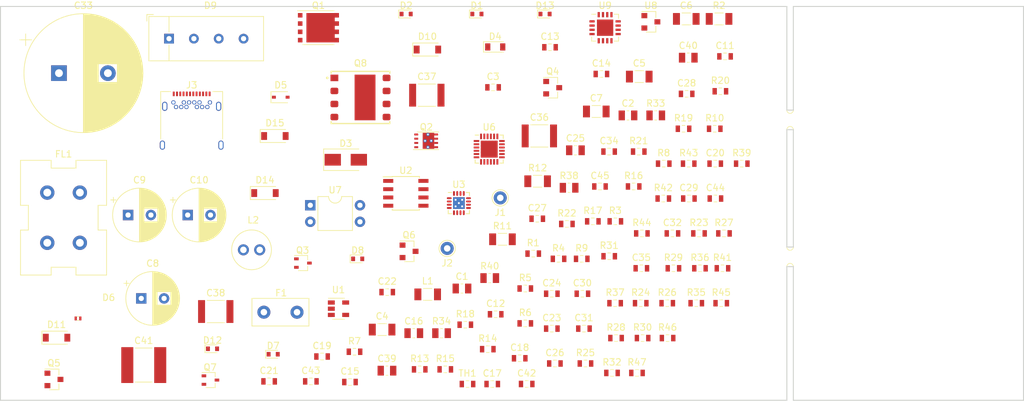
<source format=kicad_pcb>
(kicad_pcb (version 20171130) (host pcbnew 5.0.0-rc1-44a33f2~62~ubuntu16.04.1)
  (layers (0 F.Cu signal) (31 B.Cu signal) (34 B.Paste user) (35 F.Paste user) (36 B.SilkS user) (37 F.SilkS user) (38 B.Mask user) (39 F.Mask user) (44 Edge.Cuts user))
  (net 0 "")
  (net 1 "Net-(R1-Pad2)")
  (net 2 GND)
  (net 3 /CC2)
  (net 4 /S)
  (net 5 /Vo)
  (net 6 /GDNS)
  (net 7 "Net-(Q2-Pad2)")
  (net 8 Earth)
  (net 9 "Net-(D9-Pad3)")
  (net 10 "Net-(D9-Pad2)")
  (net 11 "Net-(C33-Pad1)")
  (net 12 "Net-(D4-Pad2)")
  (net 13 /VCCH)
  (net 14 "Net-(Q8-Pad1)")
  (net 15 "Net-(Q8-Pad2)")
  (net 16 "Net-(Q8-Pad3)")
  (net 17 "Net-(Q8-Pad4)")
  (net 18 "Net-(C3-Pad2)")
  (net 19 /F)
  (net 20 "Net-(C13-Pad2)")
  (net 21 /VBUS)
  (net 22 "Net-(D14-Pad1)")
  (net 23 /VDD)
  (net 24 "Net-(R33-Pad2)")
  (net 25 "Net-(C37-Pad2)")
  (net 26 "Net-(C39-Pad2)")
  (net 27 "Net-(D15-Pad1)")
  (net 28 "Net-(R36-Pad1)")
  (net 29 "Net-(R36-Pad2)")
  (net 30 "Net-(R37-Pad2)")
  (net 31 CTL)
  (net 32 "Net-(C43-Pad2)")
  (net 33 "Net-(R41-Pad1)")
  (net 34 "Net-(C43-Pad1)")
  (net 35 "Net-(C44-Pad2)")
  (net 36 "Net-(C45-Pad2)")
  (net 37 "Net-(R35-Pad2)")
  (net 38 "Net-(Q7-Pad3)")
  (net 39 /FB)
  (net 40 "Net-(R31-Pad1)")
  (net 41 "Net-(D11-Pad1)")
  (net 42 "Net-(D12-Pad1)")
  (net 43 "Net-(C35-Pad2)")
  (net 44 /Vref)
  (net 45 "Net-(R22-Pad1)")
  (net 46 "Net-(R26-Pad1)")
  (net 47 "Net-(R25-Pad1)")
  (net 48 "Net-(R21-Pad1)")
  (net 49 "Net-(C28-Pad1)")
  (net 50 "Net-(R24-Pad1)")
  (net 51 "Net-(R23-Pad1)")
  (net 52 "Net-(C27-Pad1)")
  (net 53 "Net-(R20-Pad2)")
  (net 54 "Net-(R19-Pad2)")
  (net 55 /INH)
  (net 56 "Net-(C20-Pad1)")
  (net 57 "Net-(R16-Pad2)")
  (net 58 /VS)
  (net 59 "Net-(C15-Pad1)")
  (net 60 "Net-(C18-Pad1)")
  (net 61 /VCCL)
  (net 62 "Net-(Q5-Pad2)")
  (net 63 /GDNG)
  (net 64 "Net-(C11-Pad1)")
  (net 65 "Net-(Q4-Pad2)")
  (net 66 /ISNS)
  (net 67 /CS)
  (net 68 /RUN)
  (net 69 "Net-(Q3-Pad2)")
  (net 70 "Net-(R6-Pad1)")
  (net 71 /PWMH)
  (net 72 "Net-(TH1-Pad2)")
  (net 73 "Net-(Q3-Pad3)")
  (net 74 "Net-(Q1-Pad2)")
  (net 75 "Net-(C2-Pad1)")
  (net 76 /VSW)
  (net 77 "Net-(D10-Pad2)")
  (net 78 /VCC1)
  (net 79 "Net-(C30-Pad1)")
  (net 80 "Net-(U6-Pad2)")
  (net 81 /DVDD)
  (net 82 "Net-(U6-Pad9)")
  (net 83 "Net-(U6-Pad10)")
  (net 84 /Vaux)
  (net 85 "Net-(U9-Pad1)")
  (net 86 "Net-(U9-Pad2)")
  (net 87 "Net-(U9-Pad3)")
  (net 88 "Net-(U9-Pad4)")
  (net 89 "Net-(U9-Pad5)")
  (net 90 "Net-(U9-Pad6)")
  (net 91 "Net-(U9-Pad7)")
  (net 92 "Net-(U9-Pad8)")
  (net 93 "Net-(U9-Pad9)")
  (net 94 "Net-(U9-Pad10)")
  (net 95 "Net-(U9-Pad11)")
  (net 96 "Net-(U9-Pad12)")
  (net 97 "Net-(U9-Pad13)")
  (net 98 "Net-(U9-Pad14)")
  (net 99 "Net-(U9-Pad15)")
  (net 100 "Net-(U9-Pad16)")
  (net 101 "Net-(U9-Pad17)")
  (net 102 /PWML)
  (net 103 /N)
  (net 104 "Net-(F1-Pad1)")
  (net 105 /L)
  (net 106 /VCC2)
  (net 107 "Net-(D1-Pad1)")
  (net 108 /DAUX2_2)
  (net 109 "Net-(J3-PadA2)")
  (net 110 "Net-(J3-PadA3)")
  (net 111 "Net-(J3-PadA5)")
  (net 112 "Net-(J3-PadA6)")
  (net 113 "Net-(J3-PadA7)")
  (net 114 "Net-(J3-PadA10)")
  (net 115 "Net-(J3-PadA8)")
  (net 116 "Net-(J3-PadA11)")
  (net 117 "Net-(J3-PadB6)")
  (net 118 "Net-(J3-PadB7)")
  (net 119 "Net-(J3-PadB2)")
  (net 120 "Net-(J3-PadB3)")
  (net 121 "Net-(J3-PadB8)")
  (net 122 "Net-(J3-PadB10)")
  (net 123 "Net-(J3-PadB11)")
  (module Capacitor_SMD:C_0603_1608Metric (layer F.Cu) (at 178.742619 106.2075)
    (fp_text reference C12 (at 0 -1.65) (layer F.SilkS))
    (fp_text value 0.33uF)
    (pad 1 smd rect (at -0.875 0) (size 0.67 1) (layers F.Cu F.Paste F.Mask) (net 21 /VBUS))
    (pad 2 smd rect (at 0.875 0) (size 0.67 1) (layers F.Cu F.Paste F.Mask) (net 66 /ISNS))
  )
  (module Capacitor_SMD:C_0603_1608Metric (layer F.Cu) (at 194.742619 86.6075)
    (fp_text reference C45 (at 0 -1.65) (layer F.SilkS))
    (fp_text value 0.01uF)
    (pad 2 smd rect (at 0.875 0) (size 0.67 1) (layers F.Cu F.Paste F.Mask) (net 36 "Net-(C45-Pad2)"))
    (pad 1 smd rect (at -0.875 0) (size 0.67 1) (layers F.Cu F.Paste F.Mask) (net 31 CTL))
  )
  (module Capacitor_SMD:C_0603_1608Metric (layer F.Cu) (at 212.446428 88.4575)
    (fp_text reference C44 (at 0 -1.65) (layer F.SilkS))
    (fp_text value 3.3pF)
    (pad 1 smd rect (at -0.875 0) (size 0.67 1) (layers F.Cu F.Paste F.Mask) (net 31 CTL))
    (pad 2 smd rect (at 0.875 0) (size 0.67 1) (layers F.Cu F.Paste F.Mask) (net 35 "Net-(C44-Pad2)"))
  )
  (module Capacitor_SMD:C_0603_1608Metric (layer F.Cu) (at 178.345476 71.4075)
    (fp_text reference C3 (at 0 -1.65) (layer F.SilkS))
    (fp_text value 220pF/250V)
    (pad 2 smd rect (at 0.875 0) (size 0.67 1) (layers F.Cu F.Paste F.Mask) (net 18 "Net-(C3-Pad2)"))
    (pad 1 smd rect (at -0.875 0) (size 0.67 1) (layers F.Cu F.Paste F.Mask) (net 2 GND))
  )
  (module Capacitor_SMD:C_0603_1608Metric (layer F.Cu) (at 150.4 116.5)
    (fp_text reference C43 (at 0 -1.65) (layer F.SilkS))
    (fp_text value 4700pF)
    (pad 1 smd rect (at -0.875 0) (size 0.67 1) (layers F.Cu F.Paste F.Mask) (net 34 "Net-(C43-Pad1)"))
    (pad 2 smd rect (at 0.875 0) (size 0.67 1) (layers F.Cu F.Paste F.Mask) (net 32 "Net-(C43-Pad2)"))
  )
  (module Capacitor_SMD:C_0603_1608Metric (layer F.Cu) (at 183.5 116.9)
    (fp_text reference C42 (at 0 -1.65) (layer F.SilkS))
    (fp_text value 560pF)
    (pad 2 smd rect (at 0.875 0) (size 0.67 1) (layers F.Cu F.Paste F.Mask) (net 2 GND))
    (pad 1 smd rect (at -0.875 0) (size 0.67 1) (layers F.Cu F.Paste F.Mask) (net 3 /CC2))
  )
  (module Capacitor_SMD:C_0603_1608Metric (layer F.Cu) (at 201.084524 99.1575)
    (fp_text reference C35 (at 0 -1.65) (layer F.SilkS))
    (fp_text value 220pF)
    (pad 1 smd rect (at -0.875 0) (size 0.67 1) (layers F.Cu F.Paste F.Mask) (net 8 Earth))
    (pad 2 smd rect (at 0.875 0) (size 0.67 1) (layers F.Cu F.Paste F.Mask) (net 43 "Net-(C35-Pad2)"))
  )
  (module Capacitor_SMD:C_0603_1608Metric (layer F.Cu) (at 196.142619 81.2575)
    (fp_text reference C34 (at 0 -1.65) (layer F.SilkS))
    (fp_text value 0.22uF)
    (pad 2 smd rect (at 0.875 0) (size 0.67 1) (layers F.Cu F.Paste F.Mask) (net 2 GND))
    (pad 1 smd rect (at -0.875 0) (size 0.67 1) (layers F.Cu F.Paste F.Mask) (net 81 /DVDD))
  )
  (module Capacitor_SMD:C_0603_1608Metric (layer F.Cu) (at 205.856428 93.8075)
    (fp_text reference C32 (at 0 -1.65) (layer F.SilkS))
    (fp_text value 0.1uF)
    (pad 1 smd rect (at -0.875 0) (size 0.67 1) (layers F.Cu F.Paste F.Mask) (net 84 /Vaux))
    (pad 2 smd rect (at 0.875 0) (size 0.67 1) (layers F.Cu F.Paste F.Mask) (net 2 GND))
  )
  (module Capacitor_SMD:C_0603_1608Metric (layer F.Cu) (at 192.284524 108.4075)
    (fp_text reference C31 (at 0 -1.65) (layer F.SilkS))
    (fp_text value 220pF)
    (pad 2 smd rect (at 0.875 0) (size 0.67 1) (layers F.Cu F.Paste F.Mask) (net 39 /FB))
    (pad 1 smd rect (at -0.875 0) (size 0.67 1) (layers F.Cu F.Paste F.Mask) (net 44 /Vref))
  )
  (module Capacitor_SMD:C_0603_1608Metric (layer F.Cu) (at 213.922619 66.6575)
    (fp_text reference C11 (at 0 -1.65) (layer F.SilkS))
    (fp_text value 0.01uF)
    (pad 1 smd rect (at -0.875 0) (size 0.67 1) (layers F.Cu F.Paste F.Mask) (net 64 "Net-(C11-Pad1)"))
    (pad 2 smd rect (at 0.875 0) (size 0.67 1) (layers F.Cu F.Paste F.Mask) (net 2 GND))
  )
  (module Capacitor_SMD:C_0603_1608Metric (layer F.Cu) (at 208.032619 72.4075)
    (fp_text reference C28 (at 0 -1.65) (layer F.SilkS))
    (fp_text value 0.01uF)
    (pad 2 smd rect (at 0.875 0) (size 0.67 1) (layers F.Cu F.Paste F.Mask) (net 20 "Net-(C13-Pad2)"))
    (pad 1 smd rect (at -0.875 0) (size 0.67 1) (layers F.Cu F.Paste F.Mask) (net 49 "Net-(C28-Pad1)"))
  )
  (module Capacitor_SMD:C_0603_1608Metric (layer F.Cu) (at 187.078809 65.2575)
    (fp_text reference C13 (at 0 -1.65) (layer F.SilkS))
    (fp_text value 0.022uF)
    (pad 1 smd rect (at -0.875 0) (size 0.67 1) (layers F.Cu F.Paste F.Mask) (net 61 /VCCL))
    (pad 2 smd rect (at 0.875 0) (size 0.67 1) (layers F.Cu F.Paste F.Mask) (net 20 "Net-(C13-Pad2)"))
  )
  (module Capacitor_SMD:C_0603_1608Metric (layer F.Cu) (at 144 116.5)
    (fp_text reference C21 (at 0 -1.65) (layer F.SilkS))
    (fp_text value 0.022uF)
    (pad 2 smd rect (at 0.875 0) (size 0.67 1) (layers F.Cu F.Paste F.Mask) (net 76 /VSW))
    (pad 1 smd rect (at -0.875 0) (size 0.67 1) (layers F.Cu F.Paste F.Mask) (net 13 /VCCH))
  )
  (module Capacitor_SMD:C_0603_1608Metric (layer F.Cu) (at 185.122619 91.5575)
    (fp_text reference C27 (at 0 -1.65) (layer F.SilkS))
    (fp_text value 0.01uF)
    (pad 1 smd rect (at -0.875 0) (size 0.67 1) (layers F.Cu F.Paste F.Mask) (net 52 "Net-(C27-Pad1)"))
    (pad 2 smd rect (at 0.875 0) (size 0.67 1) (layers F.Cu F.Paste F.Mask) (net 76 /VSW))
  )
  (module Capacitor_SMD:C_0603_1608Metric (layer F.Cu) (at 187.826428 113.7575)
    (fp_text reference C26 (at 0 -1.65) (layer F.SilkS))
    (fp_text value 0.1uF)
    (pad 2 smd rect (at 0.875 0) (size 0.67 1) (layers F.Cu F.Paste F.Mask) (net 2 GND))
    (pad 1 smd rect (at -0.875 0) (size 0.67 1) (layers F.Cu F.Paste F.Mask) (net 5 /Vo))
  )
  (module Capacitor_SMD:C_0603_1608Metric (layer F.Cu) (at 208.377381 88.4575)
    (fp_text reference C29 (at 0 -1.65) (layer F.SilkS))
    (fp_text value 1uF)
    (pad 1 smd rect (at -0.875 0) (size 0.67 1) (layers F.Cu F.Paste F.Mask) (net 23 /VDD))
    (pad 2 smd rect (at 0.875 0) (size 0.67 1) (layers F.Cu F.Paste F.Mask) (net 8 Earth))
  )
  (module Capacitor_SMD:C_0603_1608Metric (layer F.Cu) (at 187.356428 103.0575)
    (fp_text reference C24 (at 0 -1.65) (layer F.SilkS))
    (fp_text value 0.1uF)
    (pad 2 smd rect (at 0.875 0) (size 0.67 1) (layers F.Cu F.Paste F.Mask) (net 44 /Vref))
    (pad 1 smd rect (at -0.875 0) (size 0.67 1) (layers F.Cu F.Paste F.Mask) (net 8 Earth))
  )
  (module Capacitor_SMD:C_0603_1608Metric (layer F.Cu) (at 187.356428 108.4075)
    (fp_text reference C23 (at 0 -1.65) (layer F.SilkS))
    (fp_text value 0.1uF)
    (pad 1 smd rect (at -0.875 0) (size 0.67 1) (layers F.Cu F.Paste F.Mask) (net 23 /VDD))
    (pad 2 smd rect (at 0.875 0) (size 0.67 1) (layers F.Cu F.Paste F.Mask) (net 8 Earth))
  )
  (module Capacitor_SMD:C_0603_1608Metric (layer F.Cu) (at 162.108809 102.8075)
    (fp_text reference C22 (at 0 -1.65) (layer F.SilkS))
    (fp_text value 0.022uF)
    (pad 2 smd rect (at 0.875 0) (size 0.67 1) (layers F.Cu F.Paste F.Mask) (net 20 "Net-(C13-Pad2)"))
    (pad 1 smd rect (at -0.875 0) (size 0.67 1) (layers F.Cu F.Paste F.Mask) (net 61 /VCCL))
  )
  (module Capacitor_SMD:C_0603_1608Metric (layer F.Cu) (at 194.958809 69.3575)
    (fp_text reference C14 (at 0 -1.65) (layer F.SilkS))
    (fp_text value 0.022uF)
    (pad 1 smd rect (at -0.875 0) (size 0.67 1) (layers F.Cu F.Paste F.Mask) (net 78 /VCC1))
    (pad 2 smd rect (at 0.875 0) (size 0.67 1) (layers F.Cu F.Paste F.Mask) (net 20 "Net-(C13-Pad2)"))
  )
  (module Capacitor_SMD:C_0603_1608Metric (layer F.Cu) (at 212.416428 83.1075)
    (fp_text reference C20 (at 0 -1.65) (layer F.SilkS))
    (fp_text value 3.3pF)
    (pad 2 smd rect (at 0.875 0) (size 0.67 1) (layers F.Cu F.Paste F.Mask) (net 76 /VSW))
    (pad 1 smd rect (at -0.875 0) (size 0.67 1) (layers F.Cu F.Paste F.Mask) (net 56 "Net-(C20-Pad1)"))
  )
  (module Capacitor_SMD:C_0603_1608Metric (layer F.Cu) (at 152.118809 112.6875)
    (fp_text reference C19 (at 0 -1.65) (layer F.SilkS))
    (fp_text value 0.022uF)
    (pad 1 smd rect (at -0.875 0) (size 0.67 1) (layers F.Cu F.Paste F.Mask) (net 106 /VCC2))
    (pad 2 smd rect (at 0.875 0) (size 0.67 1) (layers F.Cu F.Paste F.Mask) (net 76 /VSW))
  )
  (module Capacitor_SMD:C_0603_1608Metric (layer F.Cu) (at 182.428333 112.9575)
    (fp_text reference C18 (at 0 -1.65) (layer F.SilkS))
    (fp_text value 22pF)
    (pad 2 smd rect (at 0.875 0) (size 0.67 1) (layers F.Cu F.Paste F.Mask) (net 8 Earth))
    (pad 1 smd rect (at -0.875 0) (size 0.67 1) (layers F.Cu F.Paste F.Mask) (net 60 "Net-(C18-Pad1)"))
  )
  (module Capacitor_SMD:C_0603_1608Metric (layer F.Cu) (at 178.218333 116.9075)
    (fp_text reference C17 (at 0 -1.65) (layer F.SilkS))
    (fp_text value 12pF)
    (pad 1 smd rect (at -0.875 0) (size 0.67 1) (layers F.Cu F.Paste F.Mask) (net 67 /CS))
    (pad 2 smd rect (at 0.875 0) (size 0.67 1) (layers F.Cu F.Paste F.Mask) (net 8 Earth))
  )
  (module Capacitor_SMD:C_0603_1608Metric (layer F.Cu) (at 192.046428 103.0575)
    (fp_text reference C30 (at 0 -1.65) (layer F.SilkS))
    (fp_text value 0.1uF)
    (pad 2 smd rect (at 0.875 0) (size 0.67 1) (layers F.Cu F.Paste F.Mask) (net 2 GND))
    (pad 1 smd rect (at -0.875 0) (size 0.67 1) (layers F.Cu F.Paste F.Mask) (net 79 "Net-(C30-Pad1)"))
  )
  (module Capacitor_SMD:C_0603_1608Metric (layer F.Cu) (at 156.4 116.6)
    (fp_text reference C15 (at 0 -1.65) (layer F.SilkS))
    (fp_text value 2200pF)
    (pad 1 smd rect (at -0.875 0) (size 0.67 1) (layers F.Cu F.Paste F.Mask) (net 59 "Net-(C15-Pad1)"))
    (pad 2 smd rect (at 0.875 0) (size 0.67 1) (layers F.Cu F.Paste F.Mask) (net 8 Earth))
  )
  (module Capacitor_SMD:C_0805_2012Metric (layer F.Cu) (at 173.576428 102.2575)
    (fp_text reference C1 (at 0 -1.85) (layer F.SilkS))
    (fp_text value 2.2uF)
    (pad 2 smd rect (at 0.955 0) (size 0.97 1.5) (layers F.Cu F.Paste F.Mask) (net 2 GND))
    (pad 1 smd rect (at -0.955 0) (size 0.97 1.5) (layers F.Cu F.Paste F.Mask) (net 5 /Vo))
  )
  (module Capacitor_SMD:C_0805_2012Metric (layer F.Cu) (at 166.186428 109.1075)
    (fp_text reference C16 (at 0 -1.85) (layer F.SilkS))
    (fp_text value 6.8uF)
    (pad 1 smd rect (at -0.955 0) (size 0.97 1.5) (layers F.Cu F.Paste F.Mask) (net 21 /VBUS))
    (pad 2 smd rect (at 0.955 0) (size 0.97 1.5) (layers F.Cu F.Paste F.Mask) (net 2 GND))
  )
  (module Capacitor_SMD:C_0805_2012Metric (layer F.Cu) (at 199.036428 75.7075)
    (fp_text reference C2 (at 0 -1.85) (layer F.SilkS))
    (fp_text value 2.2uF)
    (pad 2 smd rect (at 0.955 0) (size 0.97 1.5) (layers F.Cu F.Paste F.Mask) (net 2 GND))
    (pad 1 smd rect (at -0.955 0) (size 0.97 1.5) (layers F.Cu F.Paste F.Mask) (net 75 "Net-(C2-Pad1)"))
  )
  (module Capacitor_SMD:C_0805_2012Metric (layer F.Cu) (at 190.976428 81.0575)
    (fp_text reference C25 (at 0 -1.85) (layer F.SilkS))
    (fp_text value 4.7uF)
    (pad 1 smd rect (at -0.955 0) (size 0.97 1.5) (layers F.Cu F.Paste F.Mask) (net 23 /VDD))
    (pad 2 smd rect (at 0.955 0) (size 0.97 1.5) (layers F.Cu F.Paste F.Mask) (net 8 Earth))
  )
  (module Capacitor_SMD:C_0805_2012Metric (layer F.Cu) (at 208.282619 66.8575)
    (fp_text reference C40 (at 0 -1.85) (layer F.SilkS))
    (fp_text value 0.47uF)
    (pad 2 smd rect (at 0.955 0) (size 0.97 1.5) (layers F.Cu F.Paste F.Mask) (net 26 "Net-(C39-Pad2)"))
    (pad 1 smd rect (at -0.955 0) (size 0.97 1.5) (layers F.Cu F.Paste F.Mask) (net 8 Earth))
  )
  (module Capacitor_SMD:C_0805_2012Metric (layer F.Cu) (at 162.072619 114.8575)
    (fp_text reference C39 (at 0 -1.85) (layer F.SilkS))
    (fp_text value 0.47uF)
    (pad 1 smd rect (at -0.955 0) (size 0.97 1.5) (layers F.Cu F.Paste F.Mask) (net 8 Earth))
    (pad 2 smd rect (at 0.955 0) (size 0.97 1.5) (layers F.Cu F.Paste F.Mask) (net 26 "Net-(C39-Pad2)"))
  )
  (module Capacitor_SMD:C_1206_3216Metric (layer F.Cu) (at 161.325001 108.5575)
    (fp_text reference C4 (at 0 -2.05) (layer F.SilkS))
    (fp_text value 33uF)
    (pad 2 smd rect (at 1.505 0) (size 1.07 1.8) (layers F.Cu F.Paste F.Mask) (net 2 GND))
    (pad 1 smd rect (at -1.505 0) (size 1.07 1.8) (layers F.Cu F.Paste F.Mask) (net 4 /S))
  )
  (module Capacitor_SMD:C_1206_3216Metric (layer F.Cu) (at 200.765001 69.7575)
    (fp_text reference C5 (at 0 -2.05) (layer F.SilkS))
    (fp_text value 33uF)
    (pad 1 smd rect (at -1.505 0) (size 1.07 1.8) (layers F.Cu F.Paste F.Mask) (net 4 /S))
    (pad 2 smd rect (at 1.505 0) (size 1.07 1.8) (layers F.Cu F.Paste F.Mask) (net 2 GND))
  )
  (module Capacitor_SMD:C_1206_3216Metric (layer F.Cu) (at 194.175001 75.1075)
    (fp_text reference C7 (at 0 -2.05) (layer F.SilkS))
    (fp_text value 10uF)
    (pad 2 smd rect (at 1.505 0) (size 1.07 1.8) (layers F.Cu F.Paste F.Mask) (net 2 GND))
    (pad 1 smd rect (at -1.505 0) (size 1.07 1.8) (layers F.Cu F.Paste F.Mask) (net 5 /Vo))
  )
  (module Capacitor_SMD:C_1206_3216Metric (layer F.Cu) (at 207.975001 60.9075)
    (fp_text reference C6 (at 0 -2.05) (layer F.SilkS))
    (fp_text value 10uF)
    (pad 1 smd rect (at -1.505 0) (size 1.07 1.8) (layers F.Cu F.Paste F.Mask) (net 5 /Vo))
    (pad 2 smd rect (at 1.505 0) (size 1.07 1.8) (layers F.Cu F.Paste F.Mask) (net 2 GND))
  )
  (module Capacitor_SMD:C_1812_4532Metric (layer F.Cu) (at 135.813571 105.7875)
    (fp_text reference C38 (at 0 -2.85) (layer F.SilkS))
    (fp_text value 0.22uF/500V)
    (pad 1 smd rect (at -2.175 0) (size 1.07 3.5) (layers F.Cu F.Paste F.Mask) (net 11 "Net-(C33-Pad1)"))
    (pad 2 smd rect (at 2.175 0) (size 1.07 3.5) (layers F.Cu F.Paste F.Mask) (net 25 "Net-(C37-Pad2)"))
  )
  (module Capacitor_SMD:C_1812_4532Metric (layer F.Cu) (at 185.445001 78.8575)
    (fp_text reference C36 (at 0 -2.85) (layer F.SilkS))
    (fp_text value 0.47uF)
    (pad 2 smd rect (at 2.175 0) (size 1.07 3.5) (layers F.Cu F.Paste F.Mask) (net 8 Earth))
    (pad 1 smd rect (at -2.175 0) (size 1.07 3.5) (layers F.Cu F.Paste F.Mask) (net 11 "Net-(C33-Pad1)"))
  )
  (module Capacitor_SMD:C_1812_4532Metric (layer F.Cu) (at 168.183571 72.6075)
    (fp_text reference C37 (at 0 -2.85) (layer F.SilkS))
    (fp_text value 0.22uF/500V)
    (pad 1 smd rect (at -2.175 0) (size 1.07 3.5) (layers F.Cu F.Paste F.Mask) (net 11 "Net-(C33-Pad1)"))
    (pad 2 smd rect (at 2.175 0) (size 1.07 3.5) (layers F.Cu F.Paste F.Mask) (net 25 "Net-(C37-Pad2)"))
  )
  (module Capacitor_SMD:C_2220_5650Metric (layer F.Cu) (at 124.771666 114)
    (fp_text reference C41 (at 0 -3.75) (layer F.SilkS))
    (fp_text value 2200pF/250V)
    (pad 1 smd rect (at -2.525 0) (size 1.85 5.5) (layers F.Cu F.Paste F.Mask) (net 2 GND))
    (pad 2 smd rect (at 2.525 0) (size 1.85 5.5) (layers F.Cu F.Paste F.Mask) (net 8 Earth))
  )
  (module Capacitor_THT:CP_Radial_D18.0mm_P7.50mm (layer F.Cu) (at 111.769441 69.2275)
    (fp_text reference C33 (at 3.75 -10.37) (layer F.SilkS))
    (fp_text value 82uF)
    (pad 1 thru_hole rect (at 0 0) (size 2.4 2.4) (drill 1.2) (layers *.Cu *.Mask) (net 11 "Net-(C33-Pad1)"))
    (pad 2 thru_hole circle (at 7.5 0) (size 2.4 2.4) (drill 1.2) (layers *.Cu *.Mask) (net 8 Earth))
  )
  (module Capacitor_THT:CP_Radial_D8.0mm_P3.50mm (layer F.Cu) (at 124.389699 103.7775)
    (fp_text reference C8 (at 1.75 -5.37) (layer F.SilkS))
    (fp_text value 270uF)
    (pad 1 thru_hole rect (at 0 0) (size 1.6 1.6) (drill 0.8) (layers *.Cu *.Mask) (net 5 /Vo))
    (pad 2 thru_hole circle (at 3.5 0) (size 1.6 1.6) (drill 0.8) (layers *.Cu *.Mask) (net 2 GND))
  )
  (module Capacitor_THT:CP_Radial_D8.0mm_P3.50mm (layer F.Cu) (at 122.369699 90.9875)
    (fp_text reference C9 (at 1.75 -5.37) (layer F.SilkS))
    (fp_text value 270uF)
    (pad 2 thru_hole circle (at 3.5 0) (size 1.6 1.6) (drill 0.8) (layers *.Cu *.Mask) (net 2 GND))
    (pad 1 thru_hole rect (at 0 0) (size 1.6 1.6) (drill 0.8) (layers *.Cu *.Mask) (net 5 /Vo))
  )
  (module Capacitor_THT:CP_Radial_D8.0mm_P3.50mm (layer F.Cu) (at 131.509699 90.9875)
    (fp_text reference C10 (at 1.75 -5.37) (layer F.SilkS))
    (fp_text value 270uF)
    (pad 1 thru_hole rect (at 0 0) (size 1.6 1.6) (drill 0.8) (layers *.Cu *.Mask) (net 5 /Vo))
    (pad 2 thru_hole circle (at 3.5 0) (size 1.6 1.6) (drill 0.8) (layers *.Cu *.Mask) (net 2 GND))
  )
  (module Connector_Pin:Pin_D1.0mm_L10.0mm (layer F.Cu) (at 171.309762 96.1075)
    (fp_text reference J2 (at 0 2.25) (layer F.SilkS))
    (fp_text value HOLE)
    (pad 1 thru_hole circle (at 0 0) (size 2 2) (drill 1) (layers *.Cu *.Mask) (net 103 /N))
  )
  (module Connector_Pin:Pin_D1.0mm_L10.0mm (layer F.Cu) (at 179.449762 88.3575)
    (fp_text reference J1 (at 0 2.25) (layer F.SilkS))
    (fp_text value HOLE)
    (pad 1 thru_hole circle (at 0 0) (size 2 2) (drill 1) (layers *.Cu *.Mask) (net 105 /L))
  )
  (module Connector_USB:USB_C_Receptacle_Amphenol_12401548E4-2A (layer F.Cu) (at 132.122143 77.4275)
    (fp_text reference J3 (at 0 -6.36) (layer F.SilkS))
    (fp_text value USB_C_Receptacle)
    (pad S1 thru_hole oval (at -4.13 -3.11) (size 0.8 1.4) (drill oval 0.5 1.1) (layers *.Cu *.Mask) (net 2 GND))
    (pad A1 smd rect (at -2.75 -5.02) (size 0.3 0.7) (layers F.Cu F.Paste F.Mask) (net 2 GND))
    (pad A2 smd rect (at -2.25 -5.02) (size 0.3 0.7) (layers F.Cu F.Paste F.Mask) (net 109 "Net-(J3-PadA2)"))
    (pad A3 smd rect (at -1.75 -5.02) (size 0.3 0.7) (layers F.Cu F.Paste F.Mask) (net 110 "Net-(J3-PadA3)"))
    (pad A4 smd rect (at -1.25 -5.02) (size 0.3 0.7) (layers F.Cu F.Paste F.Mask) (net 21 /VBUS))
    (pad A5 smd rect (at -0.75 -5.02) (size 0.3 0.7) (layers F.Cu F.Paste F.Mask) (net 111 "Net-(J3-PadA5)"))
    (pad A6 smd rect (at -0.25 -5.02) (size 0.3 0.7) (layers F.Cu F.Paste F.Mask) (net 112 "Net-(J3-PadA6)"))
    (pad A7 smd rect (at 0.25 -5.02) (size 0.3 0.7) (layers F.Cu F.Paste F.Mask) (net 113 "Net-(J3-PadA7)"))
    (pad A12 smd rect (at 2.75 -5.02) (size 0.3 0.7) (layers F.Cu F.Paste F.Mask) (net 2 GND))
    (pad A10 smd rect (at 1.75 -5.02) (size 0.3 0.7) (layers F.Cu F.Paste F.Mask) (net 114 "Net-(J3-PadA10)"))
    (pad A9 smd rect (at 1.25 -5.02) (size 0.3 0.7) (layers F.Cu F.Paste F.Mask) (net 21 /VBUS))
    (pad A8 smd rect (at 0.75 -5.02) (size 0.3 0.7) (layers F.Cu F.Paste F.Mask) (net 115 "Net-(J3-PadA8)"))
    (pad A11 smd rect (at 2.25 -5.02) (size 0.3 0.7) (layers F.Cu F.Paste F.Mask) (net 116 "Net-(J3-PadA11)"))
    (pad S1 thru_hole oval (at 4.13 -3.11) (size 0.8 1.4) (drill oval 0.5 1.1) (layers *.Cu *.Mask) (net 2 GND))
    (pad S1 thru_hole oval (at 4.49 2.84) (size 0.8 1.4) (drill oval 0.5 1.1) (layers *.Cu *.Mask) (net 2 GND))
    (pad S1 thru_hole oval (at -4.49 2.84) (size 0.8 1.4) (drill oval 0.5 1.1) (layers *.Cu *.Mask) (net 2 GND))
    (pad "" np_thru_hole oval (at 3.6 -4.36) (size 0.95 0.65) (drill oval 0.95 0.65) (layers *.Cu *.Mask))
    (pad "" np_thru_hole circle (at -3.6 -4.36) (size 0.65 0.65) (drill 0.65) (layers *.Cu *.Mask))
    (pad B1 thru_hole circle (at 2.8 -3.71) (size 0.65 0.65) (drill 0.4) (layers *.Cu *.Mask) (net 2 GND))
    (pad B4 thru_hole circle (at 1.2 -3.71) (size 0.65 0.65) (drill 0.4) (layers *.Cu *.Mask) (net 21 /VBUS))
    (pad B6 thru_hole circle (at 0.4 -3.71) (size 0.65 0.65) (drill 0.4) (layers *.Cu *.Mask) (net 117 "Net-(J3-PadB6)"))
    (pad B7 thru_hole circle (at -0.4 -3.71) (size 0.65 0.65) (drill 0.4) (layers *.Cu *.Mask) (net 118 "Net-(J3-PadB7)"))
    (pad B9 thru_hole circle (at -1.2 -3.71) (size 0.65 0.65) (drill 0.4) (layers *.Cu *.Mask) (net 21 /VBUS))
    (pad B12 thru_hole circle (at -2.8 -3.71) (size 0.65 0.65) (drill 0.4) (layers *.Cu *.Mask) (net 2 GND))
    (pad B2 thru_hole circle (at 2.4 -3.01) (size 0.65 0.65) (drill 0.4) (layers *.Cu *.Mask) (net 119 "Net-(J3-PadB2)"))
    (pad B3 thru_hole circle (at 1.6 -3.01) (size 0.65 0.65) (drill 0.4) (layers *.Cu *.Mask) (net 120 "Net-(J3-PadB3)"))
    (pad B5 thru_hole circle (at 0.8 -3.01) (size 0.65 0.65) (drill 0.4) (layers *.Cu *.Mask) (net 3 /CC2))
    (pad B8 thru_hole circle (at -0.8 -3.01) (size 0.65 0.65) (drill 0.4) (layers *.Cu *.Mask) (net 121 "Net-(J3-PadB8)"))
    (pad B10 thru_hole circle (at -1.6 -3.01) (size 0.65 0.65) (drill 0.4) (layers *.Cu *.Mask) (net 122 "Net-(J3-PadB10)"))
    (pad B11 thru_hole circle (at -2.4 -3.01) (size 0.65 0.65) (drill 0.4) (layers *.Cu *.Mask) (net 123 "Net-(J3-PadB11)"))
  )
  (module Diode_SMD:D_SMA (layer F.Cu) (at 155.76119 82.5075)
    (fp_text reference D3 (at 0 -2.5) (layer F.SilkS))
    (fp_text value B340A-13-F)
    (pad 1 smd rect (at -2 0) (size 2.5 1.8) (layers F.Cu F.Paste F.Mask) (net 21 /VBUS))
    (pad 2 smd rect (at 2 0) (size 2.5 1.8) (layers F.Cu F.Paste F.Mask) (net 2 GND))
  )
  (module Diode_SMD:D_SOD-123 (layer F.Cu) (at 144.882143 78.8675)
    (fp_text reference D15 (at 0 -2) (layer F.SilkS))
    (fp_text value CSFMT108-HF)
    (pad 2 smd rect (at 1.65 0) (size 0.9 1.2) (layers F.Cu F.Paste F.Mask) (net 108 /DAUX2_2))
    (pad 1 smd rect (at -1.65 0) (size 0.9 1.2) (layers F.Cu F.Paste F.Mask) (net 27 "Net-(D15-Pad1)"))
  )
  (module Diode_SMD:D_SOD-123 (layer F.Cu) (at 168.278809 65.6075)
    (fp_text reference D10 (at 0 -2) (layer F.SilkS))
    (fp_text value BAV21W-7-F)
    (pad 1 smd rect (at -1.65 0) (size 0.9 1.2) (layers F.Cu F.Paste F.Mask) (net 23 /VDD))
    (pad 2 smd rect (at 1.65 0) (size 0.9 1.2) (layers F.Cu F.Paste F.Mask) (net 77 "Net-(D10-Pad2)"))
  )
  (module Diode_SMD:D_SOD-123 (layer F.Cu) (at 111.4 109.8)
    (fp_text reference D11 (at 0 -2) (layer F.SilkS))
    (fp_text value MMSZ5248B-7-F)
    (pad 2 smd rect (at 1.65 0) (size 0.9 1.2) (layers F.Cu F.Paste F.Mask) (net 8 Earth))
    (pad 1 smd rect (at -1.65 0) (size 0.9 1.2) (layers F.Cu F.Paste F.Mask) (net 41 "Net-(D11-Pad1)"))
  )
  (module Diode_SMD:D_SOD-123 (layer F.Cu) (at 143.362143 87.6175)
    (fp_text reference D14 (at 0 -2) (layer F.SilkS))
    (fp_text value CSFMT108-HF)
    (pad 1 smd rect (at -1.65 0) (size 0.9 1.2) (layers F.Cu F.Paste F.Mask) (net 22 "Net-(D14-Pad1)"))
    (pad 2 smd rect (at 1.65 0) (size 0.9 1.2) (layers F.Cu F.Paste F.Mask) (net 58 /VS))
  )
  (module Diode_SMD:D_SOD-323 (layer F.Cu) (at 145.782143 72.9175)
    (fp_text reference D5 (at 0 -1.85) (layer F.SilkS))
    (fp_text value CDSOD323-T24S)
    (pad 1 smd rect (at -1.05 0) (size 0.6 0.45) (layers F.Cu F.Paste F.Mask) (net 60 "Net-(C18-Pad1)"))
    (pad 2 smd rect (at 1.05 0) (size 0.6 0.45) (layers F.Cu F.Paste F.Mask) (net 8 Earth))
  )
  (module Diode_SMD:D_SOD-523 (layer F.Cu) (at 175.866428 60.1575)
    (fp_text reference D1 (at 0 -1.3) (layer F.SilkS))
    (fp_text value SDM03U40-7)
    (pad 1 smd rect (at -0.7 0 180) (size 0.6 0.7) (layers F.Cu F.Paste F.Mask) (net 107 "Net-(D1-Pad1)"))
    (pad 2 smd rect (at 0.7 0 180) (size 0.6 0.7) (layers F.Cu F.Paste F.Mask) (net 68 /RUN))
  )
  (module Diode_SMD:D_SOD-523 (layer F.Cu) (at 186.318333 60.1575)
    (fp_text reference D13 (at 0 -1.3) (layer F.SilkS))
    (fp_text value CZRU52C6V2)
    (pad 2 smd rect (at 0.7 0 180) (size 0.6 0.7) (layers F.Cu F.Paste F.Mask) (net 20 "Net-(C13-Pad2)"))
    (pad 1 smd rect (at -0.7 0 180) (size 0.6 0.7) (layers F.Cu F.Paste F.Mask) (net 107 "Net-(D1-Pad1)"))
  )
  (module Diode_SMD:D_SOD-523 (layer F.Cu) (at 135.318333 111.5)
    (fp_text reference D12 (at 0 -1.3) (layer F.SilkS))
    (fp_text value CZRU52C6V2)
    (pad 1 smd rect (at -0.7 0 180) (size 0.6 0.7) (layers F.Cu F.Paste F.Mask) (net 42 "Net-(D12-Pad1)"))
    (pad 2 smd rect (at 0.7 0 180) (size 0.6 0.7) (layers F.Cu F.Paste F.Mask) (net 76 /VSW))
  )
  (module Diode_SMD:D_SOD-523 (layer F.Cu) (at 157.583571 97.7075)
    (fp_text reference D8 (at 0 -1.3) (layer F.SilkS))
    (fp_text value CZRU52C2)
    (pad 2 smd rect (at 0.7 0 180) (size 0.6 0.7) (layers F.Cu F.Paste F.Mask) (net 78 /VCC1))
    (pad 1 smd rect (at -0.7 0 180) (size 0.6 0.7) (layers F.Cu F.Paste F.Mask) (net 49 "Net-(C28-Pad1)"))
  )
  (module Diode_SMD:D_SOD-523 (layer F.Cu) (at 144.623571 112.3375)
    (fp_text reference D7 (at 0 -1.3) (layer F.SilkS))
    (fp_text value CZRU52C2)
    (pad 1 smd rect (at -0.7 0 180) (size 0.6 0.7) (layers F.Cu F.Paste F.Mask) (net 52 "Net-(C27-Pad1)"))
    (pad 2 smd rect (at 0.7 0 180) (size 0.6 0.7) (layers F.Cu F.Paste F.Mask) (net 106 /VCC2))
  )
  (module Diode_SMD:D_SOD-523 (layer F.Cu) (at 165.013095 60.1575)
    (fp_text reference D2 (at 0 -1.3) (layer F.SilkS))
    (fp_text value BZT52C22T-7)
    (pad 2 smd rect (at 0.7 0 180) (size 0.6 0.7) (layers F.Cu F.Paste F.Mask) (net 8 Earth))
    (pad 1 smd rect (at -0.7 0 180) (size 0.6 0.7) (layers F.Cu F.Paste F.Mask) (net 59 "Net-(C15-Pad1)"))
  )
  (module Fuse:Fuse_Littlefuse_395Series (layer F.Cu) (at 143.195001 105.8875)
    (fp_text reference F1 (at 2.65 -2.95) (layer F.SilkS))
    (fp_text value Fuse)
    (pad 1 thru_hole circle (at 0 0) (size 2 2) (drill 1) (layers *.Cu *.Mask) (net 104 "Net-(F1-Pad1)"))
    (pad 2 thru_hole circle (at 5.08 0.01) (size 2 2) (drill 1) (layers *.Cu *.Mask) (net 105 /L))
  )
  (module Inductor_SMD:L_1206_3216Metric (layer F.Cu) (at 168.317857 103.1575)
    (fp_text reference L1 (at 0 -2.05) (layer F.SilkS))
    (fp_text value 0.68uH)
    (pad 1 smd rect (at -1.505 0) (size 1.07 1.8) (layers F.Cu F.Paste F.Mask) (net 4 /S))
    (pad 2 smd rect (at 1.505 0) (size 1.07 1.8) (layers F.Cu F.Paste F.Mask) (net 5 /Vo))
  )
  (module Inductor_THT:L_CommonMode_Wuerth_WE-CMB-S (layer F.Cu) (at 109.975001 87.5475)
    (fp_text reference FL1 (at 2.5 -5.9) (layer F.SilkS))
    (fp_text value 20mH)
    (pad 4 thru_hole circle (at 0 7.7) (size 2.2 2.2) (drill 1.2) (layers *.Cu *.Mask) (net 103 /N))
    (pad 3 thru_hole circle (at 5 7.7) (size 2.2 2.2) (drill 1.2) (layers *.Cu *.Mask) (net 9 "Net-(D9-Pad3)"))
    (pad 2 thru_hole circle (at 5 0) (size 2.2 2.2) (drill 1.2) (layers *.Cu *.Mask) (net 10 "Net-(D9-Pad2)"))
    (pad 1 thru_hole circle (at 0 0) (size 2.2 2.2) (drill 1.2) (layers *.Cu *.Mask) (net 104 "Net-(F1-Pad1)"))
  )
  (module Package_DFN_QFN:QFN-16-1EP_3x3mm_P0.5mm_EP2.7x2.7mm_ThermalVias (layer F.Cu) (at 173.099762 89.1575)
    (fp_text reference U3 (at 0 -2.85) (layer F.SilkS))
    (fp_text value UCC28780)
    (pad 1 smd oval (at -1.475 -0.75) (size 0.75 0.3) (layers F.Cu F.Paste F.Mask) (net 67 /CS))
    (pad 2 smd oval (at -1.475 -0.25) (size 0.75 0.3) (layers F.Cu F.Paste F.Mask) (net 102 /PWML))
    (pad 3 smd oval (at -1.475 0.25) (size 0.75 0.3) (layers F.Cu F.Paste F.Mask) (net 71 /PWMH))
    (pad 4 smd oval (at -1.475 0.75) (size 0.75 0.3) (layers F.Cu F.Paste F.Mask) (net 68 /RUN))
    (pad 5 smd oval (at -0.75 1.475 90) (size 0.75 0.3) (layers F.Cu F.Paste F.Mask) (net 60 "Net-(C18-Pad1)"))
    (pad 6 smd oval (at -0.25 1.475 90) (size 0.75 0.3) (layers F.Cu F.Paste F.Mask) (net 59 "Net-(C15-Pad1)"))
    (pad 7 smd oval (at 0.25 1.475 90) (size 0.75 0.3) (layers F.Cu F.Paste F.Mask) (net 57 "Net-(R16-Pad2)"))
    (pad 8 smd oval (at 0.75 1.475 90) (size 0.75 0.3) (layers F.Cu F.Paste F.Mask) (net 8 Earth))
    (pad 9 smd oval (at 1.475 0.75) (size 0.75 0.3) (layers F.Cu F.Paste F.Mask) (net 72 "Net-(TH1-Pad2)"))
    (pad 10 smd oval (at 1.475 0.25) (size 0.75 0.3) (layers F.Cu F.Paste F.Mask) (net 39 /FB))
    (pad 11 smd oval (at 1.475 -0.25) (size 0.75 0.3) (layers F.Cu F.Paste F.Mask) (net 53 "Net-(R20-Pad2)"))
    (pad 12 smd oval (at 1.475 -0.75) (size 0.75 0.3) (layers F.Cu F.Paste F.Mask) (net 54 "Net-(R19-Pad2)"))
    (pad 13 smd oval (at 0.75 -1.475 90) (size 0.75 0.3) (layers F.Cu F.Paste F.Mask) (net 43 "Net-(C35-Pad2)"))
    (pad 14 smd oval (at 0.25 -1.475 90) (size 0.75 0.3) (layers F.Cu F.Paste F.Mask) (net 44 /Vref))
    (pad 15 smd oval (at -0.25 -1.475 90) (size 0.75 0.3) (layers F.Cu F.Paste F.Mask) (net 23 /VDD))
    (pad 16 smd oval (at -0.75 -1.475 90) (size 0.75 0.3) (layers F.Cu F.Paste F.Mask) (net 8 Earth))
    (pad 17 smd rect (at 0 0) (size 1.8 1.8) (layers B.Cu) (net 8 Earth))
    (pad 17 smd rect (at 0 0) (size 1.8 1.8) (layers F.Cu F.Mask) (net 8 Earth))
    (pad 17 thru_hole circle (at 0 0) (size 0.6 0.6) (drill 0.3) (layers *.Cu) (net 8 Earth))
    (pad 17 thru_hole circle (at -0.5 -0.5) (size 0.6 0.6) (drill 0.3) (layers *.Cu) (net 8 Earth))
    (pad 17 thru_hole circle (at 0.5 -0.5) (size 0.6 0.6) (drill 0.3) (layers *.Cu) (net 8 Earth))
    (pad 17 thru_hole circle (at 0.5 0.5) (size 0.6 0.6) (drill 0.3) (layers *.Cu) (net 8 Earth))
    (pad 17 thru_hole circle (at -0.5 0.5) (size 0.6 0.6) (drill 0.3) (layers *.Cu) (net 8 Earth))
  )
  (module Package_DFN_QFN:QFN-16-1EP_4x4mm_P0.65mm_EP2.5x2.5mm (layer F.Cu) (at 195.528333 62.2575)
    (fp_text reference U9 (at 0 -3.4) (layer F.SilkS))
    (fp_text value AN34092B)
    (pad 1 smd rect (at -2 -0.975) (size 0.8 0.35) (layers F.Cu F.Paste F.Mask) (net 85 "Net-(U9-Pad1)"))
    (pad 2 smd rect (at -2 -0.325) (size 0.8 0.35) (layers F.Cu F.Paste F.Mask) (net 86 "Net-(U9-Pad2)"))
    (pad 3 smd rect (at -2 0.325) (size 0.8 0.35) (layers F.Cu F.Paste F.Mask) (net 87 "Net-(U9-Pad3)"))
    (pad 4 smd rect (at -2 0.975) (size 0.8 0.35) (layers F.Cu F.Paste F.Mask) (net 88 "Net-(U9-Pad4)"))
    (pad 5 smd rect (at -0.975 2 90) (size 0.8 0.35) (layers F.Cu F.Paste F.Mask) (net 89 "Net-(U9-Pad5)"))
    (pad 6 smd rect (at -0.325 2 90) (size 0.8 0.35) (layers F.Cu F.Paste F.Mask) (net 90 "Net-(U9-Pad6)"))
    (pad 7 smd rect (at 0.325 2 90) (size 0.8 0.35) (layers F.Cu F.Paste F.Mask) (net 91 "Net-(U9-Pad7)"))
    (pad 8 smd rect (at 0.975 2 90) (size 0.8 0.35) (layers F.Cu F.Paste F.Mask) (net 92 "Net-(U9-Pad8)"))
    (pad 9 smd rect (at 2 0.975) (size 0.8 0.35) (layers F.Cu F.Paste F.Mask) (net 93 "Net-(U9-Pad9)"))
    (pad 10 smd rect (at 2 0.325) (size 0.8 0.35) (layers F.Cu F.Paste F.Mask) (net 94 "Net-(U9-Pad10)"))
    (pad 11 smd rect (at 2 -0.325) (size 0.8 0.35) (layers F.Cu F.Paste F.Mask) (net 95 "Net-(U9-Pad11)"))
    (pad 12 smd rect (at 2 -0.975) (size 0.8 0.35) (layers F.Cu F.Paste F.Mask) (net 96 "Net-(U9-Pad12)"))
    (pad 13 smd rect (at 0.975 -2 90) (size 0.8 0.35) (layers F.Cu F.Paste F.Mask) (net 97 "Net-(U9-Pad13)"))
    (pad 14 smd rect (at 0.325 -2 90) (size 0.8 0.35) (layers F.Cu F.Paste F.Mask) (net 98 "Net-(U9-Pad14)"))
    (pad 15 smd rect (at -0.325 -2 90) (size 0.8 0.35) (layers F.Cu F.Paste F.Mask) (net 99 "Net-(U9-Pad15)"))
    (pad 16 smd rect (at -0.975 -2 90) (size 0.8 0.35) (layers F.Cu F.Paste F.Mask) (net 100 "Net-(U9-Pad16)"))
    (pad 17 smd rect (at 0 0) (size 2.5 2.5) (layers F.Cu F.Mask) (net 101 "Net-(U9-Pad17)"))
  )
  (module Package_DFN_QFN:QFN-24-1EP_4x4mm_P0.5mm_EP2.6x2.6mm (layer F.Cu) (at 177.753095 80.8825)
    (fp_text reference U6 (at 0 -3.375) (layer F.SilkS))
    (fp_text value TPS25740B)
    (pad 1 smd rect (at -1.95 -1.25) (size 0.85 0.3) (layers F.Cu F.Paste F.Mask) (net 79 "Net-(C30-Pad1)"))
    (pad 2 smd rect (at -1.95 -0.75) (size 0.85 0.3) (layers F.Cu F.Paste F.Mask) (net 80 "Net-(U6-Pad2)"))
    (pad 3 smd rect (at -1.95 -0.25) (size 0.85 0.3) (layers F.Cu F.Paste F.Mask) (net 3 /CC2))
    (pad 4 smd rect (at -1.95 0.25) (size 0.85 0.3) (layers F.Cu F.Paste F.Mask) (net 2 GND))
    (pad 5 smd rect (at -1.95 0.75) (size 0.85 0.3) (layers F.Cu F.Paste F.Mask) (net 81 /DVDD))
    (pad 6 smd rect (at -1.95 1.25) (size 0.85 0.3) (layers F.Cu F.Paste F.Mask) (net 47 "Net-(R25-Pad1)"))
    (pad 7 smd rect (at -1.25 1.95 90) (size 0.85 0.3) (layers F.Cu F.Paste F.Mask) (net 46 "Net-(R26-Pad1)"))
    (pad 8 smd rect (at -0.75 1.95 90) (size 0.85 0.3) (layers F.Cu F.Paste F.Mask) (net 29 "Net-(R36-Pad2)"))
    (pad 9 smd rect (at -0.25 1.95 90) (size 0.85 0.3) (layers F.Cu F.Paste F.Mask) (net 82 "Net-(U6-Pad9)"))
    (pad 10 smd rect (at 0.25 1.95 90) (size 0.85 0.3) (layers F.Cu F.Paste F.Mask) (net 83 "Net-(U6-Pad10)"))
    (pad 11 smd rect (at 0.75 1.95 90) (size 0.85 0.3) (layers F.Cu F.Paste F.Mask) (net 2 GND))
    (pad 12 smd rect (at 1.25 1.95 90) (size 0.85 0.3) (layers F.Cu F.Paste F.Mask) (net 37 "Net-(R35-Pad2)"))
    (pad 13 smd rect (at 1.95 1.25) (size 0.85 0.3) (layers F.Cu F.Paste F.Mask) (net 81 /DVDD))
    (pad 14 smd rect (at 1.95 0.75) (size 0.85 0.3) (layers F.Cu F.Paste F.Mask) (net 84 /Vaux))
    (pad 15 smd rect (at 1.95 0.25) (size 0.85 0.3) (layers F.Cu F.Paste F.Mask) (net 84 /Vaux))
    (pad 16 smd rect (at 1.95 -0.25) (size 0.85 0.3) (layers F.Cu F.Paste F.Mask) (net 84 /Vaux))
    (pad 17 smd rect (at 1.95 -0.75) (size 0.85 0.3) (layers F.Cu F.Paste F.Mask) (net 2 GND))
    (pad 18 smd rect (at 1.95 -1.25) (size 0.85 0.3) (layers F.Cu F.Paste F.Mask) (net 2 GND))
    (pad 19 smd rect (at 1.25 -1.95 90) (size 0.85 0.3) (layers F.Cu F.Paste F.Mask) (net 66 /ISNS))
    (pad 20 smd rect (at 0.75 -1.95 90) (size 0.85 0.3) (layers F.Cu F.Paste F.Mask) (net 5 /Vo))
    (pad 21 smd rect (at 0.25 -1.95 90) (size 0.85 0.3) (layers F.Cu F.Paste F.Mask) (net 21 /VBUS))
    (pad 22 smd rect (at -0.25 -1.95 90) (size 0.85 0.3) (layers F.Cu F.Paste F.Mask) (net 63 /GDNG))
    (pad 23 smd rect (at -0.75 -1.95 90) (size 0.85 0.3) (layers F.Cu F.Paste F.Mask) (net 6 /GDNS))
    (pad 24 smd rect (at -1.25 -1.95 90) (size 0.85 0.3) (layers F.Cu F.Paste F.Mask) (net 30 "Net-(R37-Pad2)"))
    (pad 25 smd rect (at 0 0) (size 2.6 2.6) (layers F.Cu F.Mask) (net 2 GND))
  )
  (module Package_DIP:DIP-4_W7.62mm (layer F.Cu) (at 150.315001 89.4875)
    (fp_text reference U7 (at 3.81 -2.33) (layer F.SilkS))
    (fp_text value SFH617A-1)
    (pad 1 thru_hole rect (at 0 0) (size 1.6 1.6) (drill 0.8) (layers *.Cu *.Mask) (net 32 "Net-(C43-Pad2)"))
    (pad 3 thru_hole oval (at 7.62 2.54) (size 1.6 1.6) (drill 0.8) (layers *.Cu *.Mask) (net 8 Earth))
    (pad 2 thru_hole oval (at 0 2.54) (size 1.6 1.6) (drill 0.8) (layers *.Cu *.Mask) (net 35 "Net-(C44-Pad2)"))
    (pad 4 thru_hole oval (at 7.62 0) (size 1.6 1.6) (drill 0.8) (layers *.Cu *.Mask) (net 40 "Net-(R31-Pad1)"))
  )
  (module Package_SO:SOIC-8_3.9x4.9mm_P1.27mm (layer F.Cu) (at 164.965001 87.6575)
    (fp_text reference U2 (at 0 -3.5) (layer F.SilkS))
    (fp_text value ISO7710)
    (pad 1 smd rect (at -2.7 -1.905) (size 1.55 0.6) (layers F.Cu F.Paste F.Mask) (net 78 /VCC1))
    (pad 2 smd rect (at -2.7 -0.635) (size 1.55 0.6) (layers F.Cu F.Paste F.Mask) (net 70 "Net-(R6-Pad1)"))
    (pad 3 smd rect (at -2.7 0.635) (size 1.55 0.6) (layers F.Cu F.Paste F.Mask) (net 78 /VCC1))
    (pad 4 smd rect (at -2.7 1.905) (size 1.55 0.6) (layers F.Cu F.Paste F.Mask) (net 20 "Net-(C13-Pad2)"))
    (pad 5 smd rect (at 2.7 1.905) (size 1.55 0.6) (layers F.Cu F.Paste F.Mask) (net 76 /VSW))
    (pad 6 smd rect (at 2.7 0.635) (size 1.55 0.6) (layers F.Cu F.Paste F.Mask) (net 55 /INH))
    (pad 7 smd rect (at 2.7 -0.635) (size 1.55 0.6) (layers F.Cu F.Paste F.Mask) (net 76 /VSW))
    (pad 8 smd rect (at 2.7 -1.905) (size 1.55 0.6) (layers F.Cu F.Paste F.Mask))
  )
  (module Package_SON:VSONP-8-1EP_5x6_P1.27mm (layer F.Cu) (at 151.561666 62.2575)
    (fp_text reference Q1 (at 0 -3.4) (layer F.SilkS))
    (fp_text value BSC093N15NS5ATMA)
    (pad 3 smd rect (at 0.33 0) (size 4.35 4.51) (layers F.Cu F.Mask) (net 19 /F))
    (pad 1 smd rect (at -2.8 0.635) (size 0.7 0.7) (layers F.Cu F.Paste F.Mask) (net 2 GND))
    (pad 1 smd rect (at -2.8 -0.635) (size 0.7 0.7) (layers F.Cu F.Paste F.Mask) (net 2 GND))
    (pad 1 smd rect (at -2.8 -1.905) (size 0.7 0.7) (layers F.Cu F.Paste F.Mask) (net 2 GND))
    (pad 2 smd rect (at -2.8 1.905) (size 0.7 0.7) (layers F.Cu F.Paste F.Mask) (net 74 "Net-(Q1-Pad2)"))
    (pad 3 smd rect (at 2.8 1.905) (size 0.7 0.7) (layers F.Cu F.Paste F.Mask) (net 19 /F))
    (pad 3 smd rect (at 2.8 -1.905) (size 0.7 0.7) (layers F.Cu F.Paste F.Mask) (net 19 /F))
    (pad 3 smd rect (at 2.8 -0.635) (size 0.7 0.7) (layers F.Cu F.Paste F.Mask) (net 19 /F))
    (pad 3 smd rect (at 2.8 0.635) (size 0.7 0.7) (layers F.Cu F.Paste F.Mask) (net 19 /F))
  )
  (module Package_TO_SOT_SMD:SOT-23 (layer F.Cu) (at 165.459762 96.5575)
    (fp_text reference Q6 (at 0 -2.5) (layer F.SilkS))
    (fp_text value MMBTA42)
    (pad 3 smd rect (at 1 0) (size 0.9 0.8) (layers F.Cu F.Paste F.Mask) (net 26 "Net-(C39-Pad2)"))
    (pad 2 smd rect (at -1 0.95) (size 0.9 0.8) (layers F.Cu F.Paste F.Mask) (net 77 "Net-(D10-Pad2)"))
    (pad 1 smd rect (at -1 -0.95) (size 0.9 0.8) (layers F.Cu F.Paste F.Mask) (net 41 "Net-(D11-Pad1)"))
  )
  (module Package_TO_SOT_SMD:SOT-23 (layer F.Cu) (at 111 116.2)
    (fp_text reference Q5 (at 0 -2.5) (layer F.SilkS))
    (fp_text value BSS126H6906)
    (pad 1 smd rect (at -1 -0.95) (size 0.9 0.8) (layers F.Cu F.Paste F.Mask) (net 59 "Net-(C15-Pad1)"))
    (pad 2 smd rect (at -1 0.95) (size 0.9 0.8) (layers F.Cu F.Paste F.Mask) (net 62 "Net-(Q5-Pad2)"))
    (pad 3 smd rect (at 1 0) (size 0.9 0.8) (layers F.Cu F.Paste F.Mask) (net 76 /VSW))
  )
  (module Package_TO_SOT_SMD:SOT-23 (layer F.Cu) (at 187.489762 71.4575)
    (fp_text reference Q4 (at 0 -2.5) (layer F.SilkS))
    (fp_text value DMP510DL)
    (pad 3 smd rect (at 1 0) (size 0.9 0.8) (layers F.Cu F.Paste F.Mask) (net 61 /VCCL))
    (pad 2 smd rect (at -1 0.95) (size 0.9 0.8) (layers F.Cu F.Paste F.Mask) (net 65 "Net-(Q4-Pad2)"))
    (pad 1 smd rect (at -1 -0.95) (size 0.9 0.8) (layers F.Cu F.Paste F.Mask) (net 73 "Net-(Q3-Pad3)"))
  )
  (module Package_TO_SOT_SMD:SOT-23 (layer F.Cu) (at 202.547857 61.3575)
    (fp_text reference U8 (at 0 -2.5) (layer F.SilkS))
    (fp_text value ATL431)
    (pad 1 smd rect (at -1 -0.95) (size 0.9 0.8) (layers F.Cu F.Paste F.Mask) (net 35 "Net-(C44-Pad2)"))
    (pad 2 smd rect (at -1 0.95) (size 0.9 0.8) (layers F.Cu F.Paste F.Mask) (net 31 CTL))
    (pad 3 smd rect (at 1 0) (size 0.9 0.8) (layers F.Cu F.Paste F.Mask) (net 2 GND))
  )
  (module Package_TO_SOT_SMD:SOT-23-5 (layer F.Cu) (at 154.639762 105.3575)
    (fp_text reference U1 (at 0 -2.9) (layer F.SilkS))
    (fp_text value UCC24612)
    (pad 1 smd rect (at -1.1 -0.95) (size 1.06 0.65) (layers F.Cu F.Paste F.Mask) (net 74 "Net-(Q1-Pad2)"))
    (pad 2 smd rect (at -1.1 0) (size 1.06 0.65) (layers F.Cu F.Paste F.Mask) (net 2 GND))
    (pad 3 smd rect (at -1.1 0.95) (size 1.06 0.65) (layers F.Cu F.Paste F.Mask) (net 75 "Net-(C2-Pad1)"))
    (pad 4 smd rect (at 1.1 0.95) (size 1.06 0.65) (layers F.Cu F.Paste F.Mask) (net 5 /Vo))
    (pad 5 smd rect (at 1.1 -0.95) (size 1.06 0.65) (layers F.Cu F.Paste F.Mask) (net 1 "Net-(R1-Pad2)"))
  )
  (module Package_TO_SOT_SMD:SOT-323_SC-70 (layer F.Cu) (at 149.18119 98.3575)
    (fp_text reference Q3 (at -0.05 -1.95) (layer F.SilkS))
    (fp_text value 2N7002KW)
    (pad 3 smd rect (at 1 0 270) (size 0.45 0.7) (layers F.Cu F.Paste F.Mask) (net 73 "Net-(Q3-Pad3)"))
    (pad 2 smd rect (at -1 0.65 270) (size 0.45 0.7) (layers F.Cu F.Paste F.Mask) (net 69 "Net-(Q3-Pad2)"))
    (pad 1 smd rect (at -1 -0.65 270) (size 0.45 0.7) (layers F.Cu F.Paste F.Mask) (net 68 /RUN))
  )
  (module Package_TO_SOT_SMD:SOT-323_SC-70 (layer F.Cu) (at 135 116.3)
    (fp_text reference Q7 (at -0.05 -1.95) (layer F.SilkS))
    (fp_text value 2N7002KW)
    (pad 1 smd rect (at -1 -0.65 270) (size 0.45 0.7) (layers F.Cu F.Paste F.Mask) (net 68 /RUN))
    (pad 2 smd rect (at -1 0.65 270) (size 0.45 0.7) (layers F.Cu F.Paste F.Mask) (net 8 Earth))
    (pad 3 smd rect (at 1 0 270) (size 0.45 0.7) (layers F.Cu F.Paste F.Mask) (net 38 "Net-(Q7-Pad3)"))
  )
  (module Resistor_SMD:R_0603_1608Metric (layer F.Cu) (at 157.095001 111.9575)
    (fp_text reference R7 (at 0 -1.65) (layer F.SilkS))
    (fp_text value 10k)
    (pad 1 smd rect (at -0.875 0) (size 0.67 1) (layers F.Cu F.Paste F.Mask) (net 65 "Net-(Q4-Pad2)"))
    (pad 2 smd rect (at 0.875 0) (size 0.67 1) (layers F.Cu F.Paste F.Mask) (net 73 "Net-(Q3-Pad3)"))
  )
  (module Resistor_SMD:R_0603_1608Metric (layer F.Cu) (at 174.425001 116.9075)
    (fp_text reference TH1 (at 0 -1.65) (layer F.SilkS))
    (fp_text value 47k)
    (pad 2 smd rect (at 0.875 0) (size 0.67 1) (layers F.Cu F.Paste F.Mask) (net 72 "Net-(TH1-Pad2)"))
    (pad 1 smd rect (at -0.875 0) (size 0.67 1) (layers F.Cu F.Paste F.Mask) (net 8 Earth))
  )
  (module Resistor_SMD:R_0603_1608Metric (layer F.Cu) (at 183.287381 107.6075)
    (fp_text reference R6 (at 0 -1.65) (layer F.SilkS))
    (fp_text value 10R)
    (pad 1 smd rect (at -0.875 0) (size 0.67 1) (layers F.Cu F.Paste F.Mask) (net 70 "Net-(R6-Pad1)"))
    (pad 2 smd rect (at 0.875 0) (size 0.67 1) (layers F.Cu F.Paste F.Mask) (net 71 /PWMH))
  )
  (module Resistor_SMD:R_0603_1608Metric (layer F.Cu) (at 204.518333 83.1075)
    (fp_text reference R8 (at 0 -1.65) (layer F.SilkS))
    (fp_text value 100k)
    (pad 2 smd rect (at 0.875 0) (size 0.67 1) (layers F.Cu F.Paste F.Mask) (net 68 /RUN))
    (pad 1 smd rect (at -0.875 0) (size 0.67 1) (layers F.Cu F.Paste F.Mask) (net 69 "Net-(Q3-Pad2)"))
  )
  (module Resistor_SMD:R_0603_1608Metric (layer F.Cu) (at 200.687381 81.2575)
    (fp_text reference R21 (at 0 -1.65) (layer F.SilkS))
    (fp_text value 0R)
    (pad 1 smd rect (at -0.875 0) (size 0.67 1) (layers F.Cu F.Paste F.Mask) (net 48 "Net-(R21-Pad1)"))
    (pad 2 smd rect (at 0.875 0) (size 0.67 1) (layers F.Cu F.Paste F.Mask) (net 31 CTL))
  )
  (module Resistor_SMD:R_0603_1608Metric (layer F.Cu) (at 191.940238 97.7075)
    (fp_text reference R9 (at 0 -1.65) (layer F.SilkS))
    (fp_text value 1.6k)
    (pad 2 smd rect (at 0.875 0) (size 0.67 1) (layers F.Cu F.Paste F.Mask) (net 67 /CS))
    (pad 1 smd rect (at -0.875 0) (size 0.67 1) (layers F.Cu F.Paste F.Mask) (net 20 "Net-(C13-Pad2)"))
  )
  (module Resistor_SMD:R_0603_1608Metric (layer F.Cu) (at 212.341666 77.7575)
    (fp_text reference R10 (at 0 -1.65) (layer F.SilkS))
    (fp_text value 24.9R)
    (pad 1 smd rect (at -0.875 0) (size 0.67 1) (layers F.Cu F.Paste F.Mask) (net 66 /ISNS))
    (pad 2 smd rect (at 0.875 0) (size 0.67 1) (layers F.Cu F.Paste F.Mask) (net 6 /GDNS))
  )
  (module Resistor_SMD:R_0603_1608Metric (layer F.Cu) (at 183.287381 102.2575)
    (fp_text reference R5 (at 0 -1.65) (layer F.SilkS))
    (fp_text value 10R)
    (pad 2 smd rect (at 0.875 0) (size 0.67 1) (layers F.Cu F.Paste F.Mask) (net 23 /VDD))
    (pad 1 smd rect (at -0.875 0) (size 0.67 1) (layers F.Cu F.Paste F.Mask) (net 65 "Net-(Q4-Pad2)"))
  )
  (module Resistor_SMD:R_0603_1608Metric (layer F.Cu) (at 188.385001 97.7075)
    (fp_text reference R4 (at 0 -1.65) (layer F.SilkS))
    (fp_text value 1k)
    (pad 1 smd rect (at -0.875 0) (size 0.67 1) (layers F.Cu F.Paste F.Mask) (net 63 /GDNG))
    (pad 2 smd rect (at 0.875 0) (size 0.67 1) (layers F.Cu F.Paste F.Mask) (net 64 "Net-(C11-Pad1)"))
  )
  (module Resistor_SMD:R_0603_1608Metric (layer F.Cu) (at 197.097381 91.9575)
    (fp_text reference R3 (at 0 -1.65) (layer F.SilkS))
    (fp_text value 10R)
    (pad 2 smd rect (at 0.875 0) (size 0.67 1) (layers F.Cu F.Paste F.Mask) (net 63 /GDNG))
    (pad 1 smd rect (at -0.875 0) (size 0.67 1) (layers F.Cu F.Paste F.Mask) (net 7 "Net-(Q2-Pad2)"))
  )
  (module Resistor_SMD:R_0603_1608Metric (layer F.Cu) (at 167.093571 114.6575)
    (fp_text reference R13 (at 0 -1.65) (layer F.SilkS))
    (fp_text value 121R)
    (pad 1 smd rect (at -0.875 0) (size 0.67 1) (layers F.Cu F.Paste F.Mask) (net 62 "Net-(Q5-Pad2)"))
    (pad 2 smd rect (at 0.875 0) (size 0.67 1) (layers F.Cu F.Paste F.Mask) (net 60 "Net-(C18-Pad1)"))
  )
  (module Resistor_SMD:R_0603_1608Metric (layer F.Cu) (at 177.537381 111.5575)
    (fp_text reference R14 (at 0 -1.65) (layer F.SilkS))
    (fp_text value 2R)
    (pad 2 smd rect (at 0.875 0) (size 0.67 1) (layers F.Cu F.Paste F.Mask) (net 61 /VCCL))
    (pad 1 smd rect (at -0.875 0) (size 0.67 1) (layers F.Cu F.Paste F.Mask) (net 12 "Net-(D4-Pad2)"))
  )
  (module Resistor_SMD:R_0603_1608Metric (layer F.Cu) (at 171.017381 114.6575)
    (fp_text reference R15 (at 0 -1.65) (layer F.SilkS))
    (fp_text value 1M)
    (pad 1 smd rect (at -0.875 0) (size 0.67 1) (layers F.Cu F.Paste F.Mask) (net 59 "Net-(C15-Pad1)"))
    (pad 2 smd rect (at 0.875 0) (size 0.67 1) (layers F.Cu F.Paste F.Mask) (net 60 "Net-(C18-Pad1)"))
  )
  (module Resistor_SMD:R_0603_1608Metric (layer F.Cu) (at 199.906428 86.6075)
    (fp_text reference R16 (at 0 -1.65) (layer F.SilkS))
    (fp_text value 69.8k)
    (pad 2 smd rect (at 0.875 0) (size 0.67 1) (layers F.Cu F.Paste F.Mask) (net 57 "Net-(R16-Pad2)"))
    (pad 1 smd rect (at -0.875 0) (size 0.67 1) (layers F.Cu F.Paste F.Mask) (net 58 /VS))
  )
  (module Resistor_SMD:R_0603_1608Metric (layer F.Cu) (at 193.647381 91.9575)
    (fp_text reference R17 (at 0 -1.65) (layer F.SilkS))
    (fp_text value 10k)
    (pad 1 smd rect (at -0.875 0) (size 0.67 1) (layers F.Cu F.Paste F.Mask) (net 57 "Net-(R16-Pad2)"))
    (pad 2 smd rect (at 0.875 0) (size 0.67 1) (layers F.Cu F.Paste F.Mask) (net 8 Earth))
  )
  (module Resistor_SMD:R_0603_1608Metric (layer F.Cu) (at 174.087381 107.8075)
    (fp_text reference R18 (at 0 -1.65) (layer F.SilkS))
    (fp_text value 10R)
    (pad 2 smd rect (at 0.875 0) (size 0.67 1) (layers F.Cu F.Paste F.Mask) (net 55 /INH))
    (pad 1 smd rect (at -0.875 0) (size 0.67 1) (layers F.Cu F.Paste F.Mask) (net 56 "Net-(C20-Pad1)"))
  )
  (module Resistor_SMD:R_0603_1608Metric (layer F.Cu) (at 207.556428 77.7575)
    (fp_text reference R19 (at 0 -1.65) (layer F.SilkS))
    (fp_text value 82.5k)
    (pad 1 smd rect (at -0.875 0) (size 0.67 1) (layers F.Cu F.Paste F.Mask) (net 8 Earth))
    (pad 2 smd rect (at 0.875 0) (size 0.67 1) (layers F.Cu F.Paste F.Mask) (net 54 "Net-(R19-Pad2)"))
  )
  (module Resistor_SMD:R_0603_1608Metric (layer F.Cu) (at 213.208333 72.0075)
    (fp_text reference R20 (at 0 -1.65) (layer F.SilkS))
    (fp_text value 221k)
    (pad 2 smd rect (at 0.875 0) (size 0.67 1) (layers F.Cu F.Paste F.Mask) (net 53 "Net-(R20-Pad2)"))
    (pad 1 smd rect (at -0.875 0) (size 0.67 1) (layers F.Cu F.Paste F.Mask) (net 8 Earth))
  )
  (module Resistor_SMD:R_0603_1608Metric (layer F.Cu) (at 189.667381 92.3575)
    (fp_text reference R22 (at 0 -1.65) (layer F.SilkS))
    (fp_text value 2k)
    (pad 1 smd rect (at -0.875 0) (size 0.67 1) (layers F.Cu F.Paste F.Mask) (net 45 "Net-(R22-Pad1)"))
    (pad 2 smd rect (at 0.875 0) (size 0.67 1) (layers F.Cu F.Paste F.Mask) (net 31 CTL))
  )
  (module Resistor_SMD:R_0603_1608Metric (layer F.Cu) (at 184.503571 96.9075)
    (fp_text reference R1 (at 0 -1.65) (layer F.SilkS))
    (fp_text value 100R)
    (pad 2 smd rect (at 0.875 0) (size 0.67 1) (layers F.Cu F.Paste F.Mask) (net 1 "Net-(R1-Pad2)"))
    (pad 1 smd rect (at -0.875 0) (size 0.67 1) (layers F.Cu F.Paste F.Mask) (net 19 /F))
  )
  (module Resistor_SMD:R_0603_1608Metric (layer F.Cu) (at 209.927381 93.8075)
    (fp_text reference R23 (at 0 -1.65) (layer F.SilkS))
    (fp_text value 10R)
    (pad 1 smd rect (at -0.875 0) (size 0.67 1) (layers F.Cu F.Paste F.Mask) (net 51 "Net-(R23-Pad1)"))
    (pad 2 smd rect (at 0.875 0) (size 0.67 1) (layers F.Cu F.Paste F.Mask) (net 52 "Net-(C27-Pad1)"))
  )
  (module Resistor_SMD:R_0603_1608Metric (layer F.Cu) (at 200.987381 104.5075)
    (fp_text reference R24 (at 0 -1.65) (layer F.SilkS))
    (fp_text value 10R)
    (pad 2 smd rect (at 0.875 0) (size 0.67 1) (layers F.Cu F.Paste F.Mask) (net 49 "Net-(C28-Pad1)"))
    (pad 1 smd rect (at -0.875 0) (size 0.67 1) (layers F.Cu F.Paste F.Mask) (net 50 "Net-(R24-Pad1)"))
  )
  (module Resistor_SMD:R_0603_1608Metric (layer F.Cu) (at 192.516428 113.7575)
    (fp_text reference R25 (at 0 -1.65) (layer F.SilkS))
    (fp_text value 61.9k)
    (pad 1 smd rect (at -0.875 0) (size 0.67 1) (layers F.Cu F.Paste F.Mask) (net 47 "Net-(R25-Pad1)"))
    (pad 2 smd rect (at 0.875 0) (size 0.67 1) (layers F.Cu F.Paste F.Mask) (net 48 "Net-(R21-Pad1)"))
  )
  (module Resistor_SMD:R_0603_1608Metric (layer F.Cu) (at 205.056428 104.5075)
    (fp_text reference R26 (at 0 -1.65) (layer F.SilkS))
    (fp_text value 90.9k)
    (pad 2 smd rect (at 0.875 0) (size 0.67 1) (layers F.Cu F.Paste F.Mask) (net 45 "Net-(R22-Pad1)"))
    (pad 1 smd rect (at -0.875 0) (size 0.67 1) (layers F.Cu F.Paste F.Mask) (net 46 "Net-(R26-Pad1)"))
  )
  (module Resistor_SMD:R_0603_1608Metric (layer F.Cu) (at 213.758333 93.8075)
    (fp_text reference R27 (at 0 -1.65) (layer F.SilkS))
    (fp_text value 191k)
    (pad 1 smd rect (at -0.875 0) (size 0.67 1) (layers F.Cu F.Paste F.Mask) (net 44 /Vref))
    (pad 2 smd rect (at 0.875 0) (size 0.67 1) (layers F.Cu F.Paste F.Mask) (net 43 "Net-(C35-Pad2)"))
  )
  (module Resistor_SMD:R_0603_1608Metric (layer F.Cu) (at 197.206428 109.8575)
    (fp_text reference R28 (at 0 -1.65) (layer F.SilkS))
    (fp_text value 56.2k)
    (pad 2 smd rect (at 0.875 0) (size 0.67 1) (layers F.Cu F.Paste F.Mask) (net 8 Earth))
    (pad 1 smd rect (at -0.875 0) (size 0.67 1) (layers F.Cu F.Paste F.Mask) (net 43 "Net-(C35-Pad2)"))
  )
  (module Resistor_SMD:R_0603_1608Metric (layer F.Cu) (at 206.006428 99.1575)
    (fp_text reference R29 (at 0 -1.65) (layer F.SilkS))
    (fp_text value 47.5k)
    (pad 1 smd rect (at -0.875 0) (size 0.67 1) (layers F.Cu F.Paste F.Mask) (net 42 "Net-(D12-Pad1)"))
    (pad 2 smd rect (at 0.875 0) (size 0.67 1) (layers F.Cu F.Paste F.Mask) (net 13 /VCCH))
  )
  (module Resistor_SMD:R_0603_1608Metric (layer F.Cu) (at 201.277381 109.8575)
    (fp_text reference R30 (at 0 -1.65) (layer F.SilkS))
    (fp_text value 27k)
    (pad 2 smd rect (at 0.875 0) (size 0.67 1) (layers F.Cu F.Paste F.Mask) (net 41 "Net-(D11-Pad1)"))
    (pad 1 smd rect (at -0.875 0) (size 0.67 1) (layers F.Cu F.Paste F.Mask) (net 26 "Net-(C39-Pad2)"))
  )
  (module Resistor_SMD:R_0603_1608Metric (layer F.Cu) (at 196.156428 97.3075)
    (fp_text reference R31 (at 0 -1.65) (layer F.SilkS))
    (fp_text value 22.1k)
    (pad 1 smd rect (at -0.875 0) (size 0.67 1) (layers F.Cu F.Paste F.Mask) (net 40 "Net-(R31-Pad1)"))
    (pad 2 smd rect (at 0.875 0) (size 0.67 1) (layers F.Cu F.Paste F.Mask) (net 39 /FB))
  )
  (module Resistor_SMD:R_0603_1608Metric (layer F.Cu) (at 196.587381 115.2075)
    (fp_text reference R32 (at 0 -1.65) (layer F.SilkS))
    (fp_text value 1M)
    (pad 2 smd rect (at 0.875 0) (size 0.67 1) (layers F.Cu F.Paste F.Mask) (net 38 "Net-(Q7-Pad3)"))
    (pad 1 smd rect (at -0.875 0) (size 0.67 1) (layers F.Cu F.Paste F.Mask) (net 39 /FB))
  )
  (module Resistor_SMD:R_0603_1608Metric (layer F.Cu) (at 209.508333 104.5075)
    (fp_text reference R35 (at 0 -1.65) (layer F.SilkS))
    (fp_text value 100k)
    (pad 1 smd rect (at -0.875 0) (size 0.67 1) (layers F.Cu F.Paste F.Mask) (net 2 GND))
    (pad 2 smd rect (at 0.875 0) (size 0.67 1) (layers F.Cu F.Paste F.Mask) (net 37 "Net-(R35-Pad2)"))
  )
  (module Resistor_SMD:R_0603_1608Metric (layer F.Cu) (at 200.418333 115.2075)
    (fp_text reference R47 (at 0 -1.65) (layer F.SilkS))
    (fp_text value 150k)
    (pad 2 smd rect (at 0.875 0) (size 0.67 1) (layers F.Cu F.Paste F.Mask) (net 2 GND))
    (pad 1 smd rect (at -0.875 0) (size 0.67 1) (layers F.Cu F.Paste F.Mask) (net 31 CTL))
  )
  (module Resistor_SMD:R_0603_1608Metric (layer F.Cu) (at 205.108333 109.8575)
    (fp_text reference R46 (at 0 -1.65) (layer F.SilkS))
    (fp_text value 150k)
    (pad 1 smd rect (at -0.875 0) (size 0.67 1) (layers F.Cu F.Paste F.Mask) (net 33 "Net-(R41-Pad1)"))
    (pad 2 smd rect (at 0.875 0) (size 0.67 1) (layers F.Cu F.Paste F.Mask) (net 31 CTL))
  )
  (module Resistor_SMD:R_0603_1608Metric (layer F.Cu) (at 213.337381 104.5075)
    (fp_text reference R45 (at 0 -1.65) (layer F.SilkS))
    (fp_text value 10R)
    (pad 2 smd rect (at 0.875 0) (size 0.67 1) (layers F.Cu F.Paste F.Mask) (net 33 "Net-(R41-Pad1)"))
    (pad 1 smd rect (at -0.875 0) (size 0.67 1) (layers F.Cu F.Paste F.Mask) (net 5 /Vo))
  )
  (module Resistor_SMD:R_0603_1608Metric (layer F.Cu) (at 201.166428 93.8075)
    (fp_text reference R44 (at 0 -1.65) (layer F.SilkS))
    (fp_text value 60.4k)
    (pad 1 smd rect (at -0.875 0) (size 0.67 1) (layers F.Cu F.Paste F.Mask) (net 36 "Net-(C45-Pad2)"))
    (pad 2 smd rect (at 0.875 0) (size 0.67 1) (layers F.Cu F.Paste F.Mask) (net 35 "Net-(C44-Pad2)"))
  )
  (module Resistor_SMD:R_0603_1608Metric (layer F.Cu) (at 208.347381 83.1075)
    (fp_text reference R43 (at 0 -1.65) (layer F.SilkS))
    (fp_text value 34k)
    (pad 2 smd rect (at 0.875 0) (size 0.67 1) (layers F.Cu F.Paste F.Mask) (net 35 "Net-(C44-Pad2)"))
    (pad 1 smd rect (at -0.875 0) (size 0.67 1) (layers F.Cu F.Paste F.Mask) (net 32 "Net-(C43-Pad2)"))
  )
  (module Resistor_SMD:R_0603_1608Metric (layer F.Cu) (at 204.453571 88.4575)
    (fp_text reference R42 (at 0 -1.65) (layer F.SilkS))
    (fp_text value 562R)
    (pad 1 smd rect (at -0.875 0) (size 0.67 1) (layers F.Cu F.Paste F.Mask) (net 33 "Net-(R41-Pad1)"))
    (pad 2 smd rect (at 0.875 0) (size 0.67 1) (layers F.Cu F.Paste F.Mask) (net 34 "Net-(C43-Pad1)"))
  )
  (module Resistor_SMD:R_0603_1608Metric (layer F.Cu) (at 213.527381 99.1575)
    (fp_text reference R41 (at 0 -1.65) (layer F.SilkS))
    (fp_text value 11k)
    (pad 2 smd rect (at 0.875 0) (size 0.67 1) (layers F.Cu F.Paste F.Mask) (net 32 "Net-(C43-Pad2)"))
    (pad 1 smd rect (at -0.875 0) (size 0.67 1) (layers F.Cu F.Paste F.Mask) (net 33 "Net-(R41-Pad1)"))
  )
  (module Resistor_SMD:R_0603_1608Metric (layer F.Cu) (at 216.487381 83.1075)
    (fp_text reference R39 (at 0 -1.65) (layer F.SilkS))
    (fp_text value 0R)
    (pad 1 smd rect (at -0.875 0) (size 0.67 1) (layers F.Cu F.Paste F.Mask) (net 31 CTL))
    (pad 2 smd rect (at 0.875 0) (size 0.67 1) (layers F.Cu F.Paste F.Mask) (net 28 "Net-(R36-Pad1)"))
  )
  (module Resistor_SMD:R_0603_1608Metric (layer F.Cu) (at 197.063571 104.5075)
    (fp_text reference R37 (at 0 -1.65) (layer F.SilkS))
    (fp_text value 100R)
    (pad 2 smd rect (at 0.875 0) (size 0.67 1) (layers F.Cu F.Paste F.Mask) (net 30 "Net-(R37-Pad2)"))
    (pad 1 smd rect (at -0.875 0) (size 0.67 1) (layers F.Cu F.Paste F.Mask) (net 21 /VBUS))
  )
  (module Resistor_SMD:R_0603_1608Metric (layer F.Cu) (at 210.077381 99.1575)
    (fp_text reference R36 (at 0 -1.65) (layer F.SilkS))
    (fp_text value 75k)
    (pad 1 smd rect (at -0.875 0) (size 0.67 1) (layers F.Cu F.Paste F.Mask) (net 28 "Net-(R36-Pad1)"))
    (pad 2 smd rect (at 0.875 0) (size 0.67 1) (layers F.Cu F.Paste F.Mask) (net 29 "Net-(R36-Pad2)"))
  )
  (module Resistor_SMD:R_0805_2012Metric (layer F.Cu) (at 177.835001 100.6575)
    (fp_text reference R40 (at 0 -1.85) (layer F.SilkS))
    (fp_text value 1R)
    (pad 2 smd rect (at 0.955 0) (size 0.97 1.5) (layers F.Cu F.Paste F.Mask) (net 26 "Net-(C39-Pad2)"))
    (pad 1 smd rect (at -0.955 0) (size 0.97 1.5) (layers F.Cu F.Paste F.Mask) (net 27 "Net-(D15-Pad1)"))
  )
  (module Resistor_SMD:R_0805_2012Metric (layer F.Cu) (at 170.445001 109.1075)
    (fp_text reference R34 (at 0 -1.85) (layer F.SilkS))
    (fp_text value 1M)
    (pad 1 smd rect (at -0.955 0) (size 0.97 1.5) (layers F.Cu F.Paste F.Mask) (net 24 "Net-(R33-Pad2)"))
    (pad 2 smd rect (at 0.955 0) (size 0.97 1.5) (layers F.Cu F.Paste F.Mask) (net 25 "Net-(C37-Pad2)"))
  )
  (module Resistor_SMD:R_0805_2012Metric (layer F.Cu) (at 203.295001 75.7075)
    (fp_text reference R33 (at 0 -1.85) (layer F.SilkS))
    (fp_text value 1M)
    (pad 2 smd rect (at 0.955 0) (size 0.97 1.5) (layers F.Cu F.Paste F.Mask) (net 24 "Net-(R33-Pad2)"))
    (pad 1 smd rect (at -0.955 0) (size 0.97 1.5) (layers F.Cu F.Paste F.Mask) (net 11 "Net-(C33-Pad1)"))
  )
  (module Resistor_SMD:R_0805_2012Metric (layer F.Cu) (at 190.005001 86.8075)
    (fp_text reference R38 (at 0 -1.85) (layer F.SilkS))
    (fp_text value 1R)
    (pad 1 smd rect (at -0.955 0) (size 0.97 1.5) (layers F.Cu F.Paste F.Mask) (net 22 "Net-(D14-Pad1)"))
    (pad 2 smd rect (at 0.955 0) (size 0.97 1.5) (layers F.Cu F.Paste F.Mask) (net 23 /VDD))
  )
  (module Resistor_SMD:R_1206_3216Metric (layer F.Cu) (at 185.177857 85.8075)
    (fp_text reference R12 (at 0 -2.05) (layer F.SilkS))
    (fp_text value 0.005R)
    (pad 1 smd rect (at -1.505 0) (size 1.07 1.8) (layers F.Cu F.Paste F.Mask) (net 21 /VBUS))
    (pad 2 smd rect (at 1.505 0) (size 1.07 1.8) (layers F.Cu F.Paste F.Mask) (net 6 /GDNS))
  )
  (module Resistor_SMD:R_1206_3216Metric (layer F.Cu) (at 179.785001 94.7075)
    (fp_text reference R11 (at 0 -2.05) (layer F.SilkS))
    (fp_text value 0.18R)
    (pad 2 smd rect (at 1.505 0) (size 1.07 1.8) (layers F.Cu F.Paste F.Mask) (net 8 Earth))
    (pad 1 smd rect (at -1.505 0) (size 1.07 1.8) (layers F.Cu F.Paste F.Mask) (net 20 "Net-(C13-Pad2)"))
  )
  (module Resistor_SMD:R_1206_3216Metric (layer F.Cu) (at 213.005001 60.9075)
    (fp_text reference R2 (at 0 -2.05) (layer F.SilkS))
    (fp_text value 22R)
    (pad 1 smd rect (at -1.505 0) (size 1.07 1.8) (layers F.Cu F.Paste F.Mask) (net 18 "Net-(C3-Pad2)"))
    (pad 2 smd rect (at 1.505 0) (size 1.07 1.8) (layers F.Cu F.Paste F.Mask) (net 19 /F))
  )
  (module custom-lib:PANASONIC_PGA26E07BA (layer F.Cu) (at 158.010001 72.9575)
    (fp_text reference Q8 (at 0 -5.25) (layer F.SilkS))
    (fp_text value PGA26E07)
    (pad 1 smd rect (at -4 -3) (size 1.2 1) (layers F.Cu F.Paste F.Mask) (net 14 "Net-(Q8-Pad1)"))
    (pad 1 smd roundrect (at -4 -1) (size 1.2 1) (layers F.Cu F.Paste F.Mask) (net 14 "Net-(Q8-Pad1)"))
    (pad 1 smd roundrect (at -4 1) (size 1.2 1) (layers F.Cu F.Paste F.Mask) (net 14 "Net-(Q8-Pad1)"))
    (pad 1 smd roundrect (at -4 3) (size 1.2 1) (layers F.Cu F.Paste F.Mask) (net 14 "Net-(Q8-Pad1)"))
    (pad 2 smd roundrect (at 4 3) (size 1.2 1) (layers F.Cu F.Paste F.Mask) (net 15 "Net-(Q8-Pad2)"))
    (pad 2 smd roundrect (at 4 1) (size 1.2 1) (layers F.Cu F.Paste F.Mask) (net 15 "Net-(Q8-Pad2)"))
    (pad 3 smd roundrect (at 4 -1) (size 1.2 1) (layers F.Cu F.Paste F.Mask) (net 16 "Net-(Q8-Pad3)"))
    (pad 4 smd roundrect (at 4 -3) (size 1.2 1) (layers F.Cu F.Paste F.Mask) (net 17 "Net-(Q8-Pad4)"))
    (pad 2 smd rect (at 0.7 0) (size 3.2 7) (layers F.Cu F.Paste F.Mask) (net 15 "Net-(Q8-Pad2)"))
  )
  (module custom-lib:TUMD2SM (layer F.Cu) (at 178.678333 65.2075)
    (fp_text reference D4 (at 0 -1.6) (layer F.SilkS))
    (fp_text value RFU02VSM6S)
    (pad 2 smd rect (at 1.15 0 180) (size 0.8 1.1) (layers F.Cu F.Paste F.Mask) (net 12 "Net-(D4-Pad2)"))
    (pad 1 smd rect (at -1.15 0 180) (size 0.8 1.1) (layers F.Cu F.Paste F.Mask) (net 13 /VCCH))
  )
  (module custom-lib:VISHAY_2KBP (layer F.Cu) (at 128.650001 63.9375)
    (fp_text reference D9 (at 6.35 -5.08) (layer F.SilkS))
    (fp_text value KBP06G)
    (pad 4 thru_hole circle (at 11.43 0) (size 1.5 1.5) (drill 0.8) (layers *.Cu *.Mask) (net 8 Earth))
    (pad 3 thru_hole circle (at 7.62 0) (size 1.5 1.5) (drill 0.8) (layers *.Cu *.Mask) (net 9 "Net-(D9-Pad3)"))
    (pad 2 thru_hole circle (at 3.81 0) (size 1.5 1.5) (drill 0.8) (layers *.Cu *.Mask) (net 10 "Net-(D9-Pad2)"))
    (pad 1 thru_hole rect (at 0 0) (size 1.5 1.5) (drill 0.8) (layers *.Cu *.Mask) (net 11 "Net-(C33-Pad1)"))
  )
  (module custom-lib:VSONP-8-1EP_3.3x3.3_P0.65mm (layer F.Cu) (at 168.112143 79.6075)
    (fp_text reference Q2 (at 0 -2.1) (layer F.SilkS))
    (fp_text value CSD17578Q3)
    (pad 3 thru_hole circle (at 0.75 0) (size 0.5 0.5) (drill 0.25) (layers *.Cu *.Mask) (net 5 /Vo))
    (pad 3 thru_hole circle (at 0.245 0.975) (size 0.5 0.5) (drill 0.25) (layers *.Cu *.Mask) (net 5 /Vo))
    (pad 3 thru_hole circle (at 0.245 -0.975) (size 0.5 0.5) (drill 0.25) (layers *.Cu *.Mask) (net 5 /Vo))
    (pad 3 thru_hole circle (at -0.2 0) (size 0.5 0.5) (drill 0.25) (layers *.Cu *.Mask) (net 5 /Vo))
    (pad 3 smd rect (at 0.3275 0) (size 1.775 2.45) (layers F.Cu F.Mask) (net 5 /Vo))
    (pad 1 smd rect (at -1.55 0.325) (size 0.6 0.3) (layers F.Cu F.Paste F.Mask) (net 6 /GDNS))
    (pad 1 smd rect (at -1.55 -0.325) (size 0.6 0.3) (layers F.Cu F.Paste F.Mask) (net 6 /GDNS))
    (pad 1 smd rect (at -1.55 -0.975) (size 0.6 0.3) (layers F.Cu F.Paste F.Mask) (net 6 /GDNS))
    (pad 2 smd rect (at -1.55 0.975) (size 0.6 0.3) (layers F.Cu F.Paste F.Mask) (net 7 "Net-(Q2-Pad2)"))
    (pad 3 smd rect (at 1.5 0.975) (size 0.6 0.3) (layers F.Cu F.Paste F.Mask) (net 5 /Vo))
    (pad 3 smd rect (at 1.5 -0.975) (size 0.6 0.3) (layers F.Cu F.Paste F.Mask) (net 5 /Vo))
    (pad 3 smd rect (at 1.5 -0.325) (size 0.6 0.3) (layers F.Cu F.Paste F.Mask) (net 5 /Vo))
    (pad 3 smd rect (at 1.5 0.325) (size 0.6 0.3) (layers F.Cu F.Paste F.Mask) (net 5 /Vo))
  )
  (module custom-lib:WURTH_7447462010 (layer F.Cu) (at 140.055001 96.3275)
    (fp_text reference L2 (at 1.5 -4.56) (layer F.SilkS))
    (fp_text value 1uH)
    (pad 1 thru_hole circle (at 0 0) (size 1.7 1.7) (drill 1) (layers *.Cu *.Mask) (net 4 /S))
    (pad 2 thru_hole circle (at 2.5 0) (size 1.7 1.7) (drill 1) (layers *.Cu *.Mask) (net 5 /Vo))
  )
  (module custom-lib:X1SON2 (layer F.Cu) (at 114.689285 106.8475)
    (fp_text reference D6 (at 4.7 -3.2) (layer F.SilkS))
    (fp_text value TPD1E05U06QDPYRQ)
    (pad 2 smd rect (at -0.35 0) (size 0.35 0.6) (layers F.Cu F.Paste F.Mask) (net 2 GND))
    (pad 1 smd rect (at 0.35 0) (size 0.35 0.6) (layers F.Cu F.Paste F.Mask) (net 3 /CC2))
  )
  (module custom-lib:mouse-bite-1mm-slot (layer F.Cu) (at 223.9 97.4 90)
    (fp_text reference mouse-bite-1mm-slot hide)
    (fp_text value VAL** hide)
    (pad "" np_thru_hole circle (at 0.35 1 90) (size 0.5 0.5) (drill 0.5) (layers *.Cu *.Mask))
    (pad "" np_thru_hole circle (at -0.35 1 90) (size 0.5 0.5) (drill 0.5) (layers *.Cu *.Mask))
    (pad "" np_thru_hole circle (at 1.15 -0.75 90) (size 0.5 0.5) (drill 0.5) (layers *.Cu *.Mask))
    (pad "" np_thru_hole circle (at -0.35 -1 90) (size 0.5 0.5) (drill 0.5) (layers *.Cu *.Mask))
    (pad "" np_thru_hole circle (at -1.15 -0.75 90) (size 0.5 0.5) (drill 0.5) (layers *.Cu *.Mask))
    (pad "" np_thru_hole circle (at 1.15 0.75 90) (size 0.5 0.5) (drill 0.5) (layers *.Cu *.Mask))
    (pad "" np_thru_hole circle (at -1.15 0.75 90) (size 0.5 0.5) (drill 0.5) (layers *.Cu *.Mask))
    (pad "" np_thru_hole circle (at 0.35 -1 90) (size 0.5 0.5) (drill 0.5) (layers *.Cu *.Mask))
  )
  (module custom-lib:mouse-bite-1mm-slot (layer F.Cu) (at 223.9 76.4 90)
    (fp_text reference mouse-bite-1mm-slot hide)
    (fp_text value VAL** hide)
    (pad "" np_thru_hole circle (at 0.35 1 90) (size 0.5 0.5) (drill 0.5) (layers *.Cu *.Mask))
    (pad "" np_thru_hole circle (at -0.35 1 90) (size 0.5 0.5) (drill 0.5) (layers *.Cu *.Mask))
    (pad "" np_thru_hole circle (at 1.15 -0.75 90) (size 0.5 0.5) (drill 0.5) (layers *.Cu *.Mask))
    (pad "" np_thru_hole circle (at -0.35 -1 90) (size 0.5 0.5) (drill 0.5) (layers *.Cu *.Mask))
    (pad "" np_thru_hole circle (at -1.15 -0.75 90) (size 0.5 0.5) (drill 0.5) (layers *.Cu *.Mask))
    (pad "" np_thru_hole circle (at 1.15 0.75 90) (size 0.5 0.5) (drill 0.5) (layers *.Cu *.Mask))
    (pad "" np_thru_hole circle (at -1.15 0.75 90) (size 0.5 0.5) (drill 0.5) (layers *.Cu *.Mask))
    (pad "" np_thru_hole circle (at 0.35 -1 90) (size 0.5 0.5) (drill 0.5) (layers *.Cu *.Mask))
  )
  (gr_line (start 224.4 74.9) (end 223.4 74.9) (layer Edge.Cuts) (width 0.15))
  (gr_line (start 224.4 77.9) (end 223.4 77.9) (layer Edge.Cuts) (width 0.15))
  (gr_line (start 224.4 95.9) (end 223.4 95.9) (layer Edge.Cuts) (width 0.15))
  (gr_line (start 224.4 98.9) (end 223.4 98.9) (layer Edge.Cuts) (width 0.15))
  (gr_line (start 223.4 74.9) (end 223.4 59) (layer Edge.Cuts) (width 0.15))
  (gr_line (start 224.4 59) (end 224.4 74.9) (layer Edge.Cuts) (width 0.15))
  (gr_line (start 223.4 95.9) (end 223.4 77.9) (layer Edge.Cuts) (width 0.15))
  (gr_line (start 224.4 77.9) (end 224.4 95.9) (layer Edge.Cuts) (width 0.15))
  (gr_line (start 224.4 98.9) (end 224.4 119.4) (layer Edge.Cuts) (width 0.15))
  (gr_line (start 223.4 119.4) (end 223.4 98.9) (layer Edge.Cuts) (width 0.15))
  (gr_line (start 102.8 119.4) (end 223.4 119.4) (layer Edge.Cuts) (width 0.15))
  (gr_line (start 102.8 59) (end 102.8 119.4) (layer Edge.Cuts) (width 0.15))
  (gr_line (start 223.4 59) (end 102.8 59) (layer Edge.Cuts) (width 0.15))
  (gr_line (start 225.1 59) (end 225.1 59) (layer Edge.Cuts) (width 0.15))
  (gr_line (start 259.7 59) (end 224.4 59) (layer Edge.Cuts) (width 0.15))
  (gr_line (start 259.7 119.4) (end 259.7 59) (layer Edge.Cuts) (width 0.15))
  (gr_line (start 224.4 119.4) (end 259.7 119.4) (layer Edge.Cuts) (width 0.15))
)
</source>
